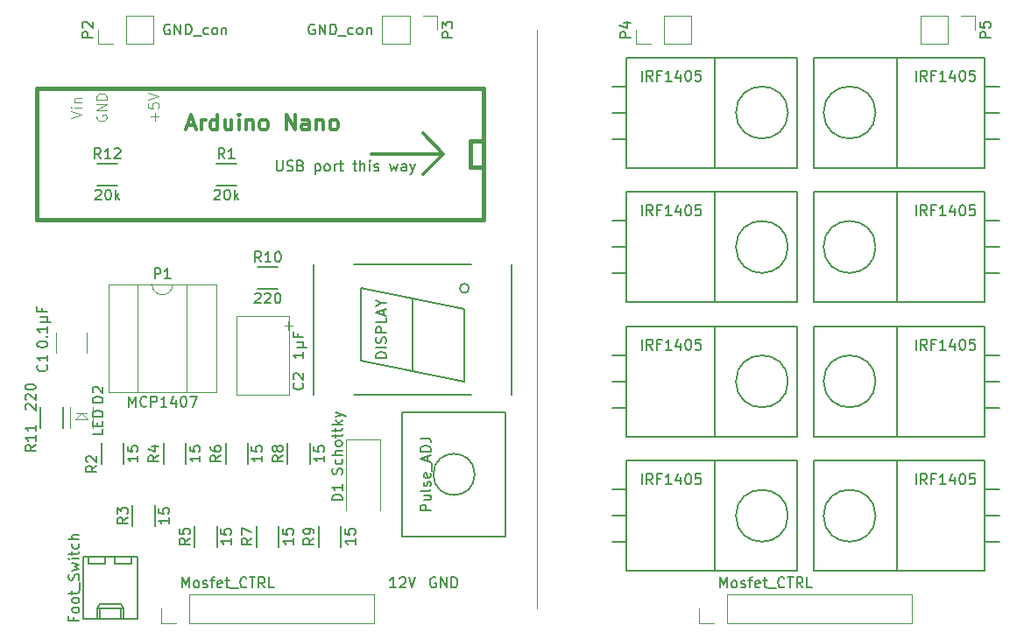
<source format=gbr>
G04 #@! TF.FileFunction,Legend,Top*
%FSLAX46Y46*%
G04 Gerber Fmt 4.6, Leading zero omitted, Abs format (unit mm)*
G04 Created by KiCad (PCBNEW 4.0.4-stable) date 03/17/17 17:10:39*
%MOMM*%
%LPD*%
G01*
G04 APERTURE LIST*
%ADD10C,0.100000*%
%ADD11C,0.300000*%
%ADD12C,0.200000*%
%ADD13C,0.120000*%
%ADD14C,0.150000*%
%ADD15C,0.381000*%
G04 APERTURE END LIST*
D10*
X121000000Y-128000000D02*
X121000000Y-72000000D01*
X96600000Y-100600000D02*
X97400000Y-100600000D01*
X97000000Y-100200000D02*
X97000000Y-101000000D01*
X84071429Y-80785714D02*
X84071429Y-80023809D01*
X84452381Y-80404761D02*
X83690476Y-80404761D01*
X83452381Y-79071428D02*
X83452381Y-79547619D01*
X83928571Y-79595238D01*
X83880952Y-79547619D01*
X83833333Y-79452381D01*
X83833333Y-79214285D01*
X83880952Y-79119047D01*
X83928571Y-79071428D01*
X84023810Y-79023809D01*
X84261905Y-79023809D01*
X84357143Y-79071428D01*
X84404762Y-79119047D01*
X84452381Y-79214285D01*
X84452381Y-79452381D01*
X84404762Y-79547619D01*
X84357143Y-79595238D01*
X83452381Y-78738095D02*
X84452381Y-78404762D01*
X83452381Y-78071428D01*
X78500000Y-80261904D02*
X78452381Y-80357142D01*
X78452381Y-80499999D01*
X78500000Y-80642857D01*
X78595238Y-80738095D01*
X78690476Y-80785714D01*
X78880952Y-80833333D01*
X79023810Y-80833333D01*
X79214286Y-80785714D01*
X79309524Y-80738095D01*
X79404762Y-80642857D01*
X79452381Y-80499999D01*
X79452381Y-80404761D01*
X79404762Y-80261904D01*
X79357143Y-80214285D01*
X79023810Y-80214285D01*
X79023810Y-80404761D01*
X79452381Y-79785714D02*
X78452381Y-79785714D01*
X79452381Y-79214285D01*
X78452381Y-79214285D01*
X79452381Y-78738095D02*
X78452381Y-78738095D01*
X78452381Y-78500000D01*
X78500000Y-78357142D01*
X78595238Y-78261904D01*
X78690476Y-78214285D01*
X78880952Y-78166666D01*
X79023810Y-78166666D01*
X79214286Y-78214285D01*
X79309524Y-78261904D01*
X79404762Y-78357142D01*
X79452381Y-78500000D01*
X79452381Y-78738095D01*
X75952381Y-80523809D02*
X76952381Y-80190476D01*
X75952381Y-79857142D01*
X76952381Y-79523809D02*
X76285714Y-79523809D01*
X75952381Y-79523809D02*
X76000000Y-79571428D01*
X76047619Y-79523809D01*
X76000000Y-79476190D01*
X75952381Y-79523809D01*
X76047619Y-79523809D01*
X76285714Y-79047619D02*
X76952381Y-79047619D01*
X76380952Y-79047619D02*
X76333333Y-79000000D01*
X76285714Y-78904762D01*
X76285714Y-78761904D01*
X76333333Y-78666666D01*
X76428571Y-78619047D01*
X76952381Y-78619047D01*
D11*
X112000000Y-84000000D02*
X110000000Y-86000000D01*
X110000000Y-82000000D02*
X112000000Y-84000000D01*
D10*
X112000000Y-84000000D02*
X110000000Y-82000000D01*
D11*
X112000000Y-84000000D02*
X105000000Y-84000000D01*
D12*
X95857142Y-84652381D02*
X95857142Y-85461905D01*
X95904761Y-85557143D01*
X95952380Y-85604762D01*
X96047618Y-85652381D01*
X96238095Y-85652381D01*
X96333333Y-85604762D01*
X96380952Y-85557143D01*
X96428571Y-85461905D01*
X96428571Y-84652381D01*
X96857142Y-85604762D02*
X96999999Y-85652381D01*
X97238095Y-85652381D01*
X97333333Y-85604762D01*
X97380952Y-85557143D01*
X97428571Y-85461905D01*
X97428571Y-85366667D01*
X97380952Y-85271429D01*
X97333333Y-85223810D01*
X97238095Y-85176190D01*
X97047618Y-85128571D01*
X96952380Y-85080952D01*
X96904761Y-85033333D01*
X96857142Y-84938095D01*
X96857142Y-84842857D01*
X96904761Y-84747619D01*
X96952380Y-84700000D01*
X97047618Y-84652381D01*
X97285714Y-84652381D01*
X97428571Y-84700000D01*
X98190476Y-85128571D02*
X98333333Y-85176190D01*
X98380952Y-85223810D01*
X98428571Y-85319048D01*
X98428571Y-85461905D01*
X98380952Y-85557143D01*
X98333333Y-85604762D01*
X98238095Y-85652381D01*
X97857142Y-85652381D01*
X97857142Y-84652381D01*
X98190476Y-84652381D01*
X98285714Y-84700000D01*
X98333333Y-84747619D01*
X98380952Y-84842857D01*
X98380952Y-84938095D01*
X98333333Y-85033333D01*
X98285714Y-85080952D01*
X98190476Y-85128571D01*
X97857142Y-85128571D01*
X99619047Y-84985714D02*
X99619047Y-85985714D01*
X99619047Y-85033333D02*
X99714285Y-84985714D01*
X99904762Y-84985714D01*
X100000000Y-85033333D01*
X100047619Y-85080952D01*
X100095238Y-85176190D01*
X100095238Y-85461905D01*
X100047619Y-85557143D01*
X100000000Y-85604762D01*
X99904762Y-85652381D01*
X99714285Y-85652381D01*
X99619047Y-85604762D01*
X100666666Y-85652381D02*
X100571428Y-85604762D01*
X100523809Y-85557143D01*
X100476190Y-85461905D01*
X100476190Y-85176190D01*
X100523809Y-85080952D01*
X100571428Y-85033333D01*
X100666666Y-84985714D01*
X100809524Y-84985714D01*
X100904762Y-85033333D01*
X100952381Y-85080952D01*
X101000000Y-85176190D01*
X101000000Y-85461905D01*
X100952381Y-85557143D01*
X100904762Y-85604762D01*
X100809524Y-85652381D01*
X100666666Y-85652381D01*
X101428571Y-85652381D02*
X101428571Y-84985714D01*
X101428571Y-85176190D02*
X101476190Y-85080952D01*
X101523809Y-85033333D01*
X101619047Y-84985714D01*
X101714286Y-84985714D01*
X101904762Y-84985714D02*
X102285714Y-84985714D01*
X102047619Y-84652381D02*
X102047619Y-85509524D01*
X102095238Y-85604762D01*
X102190476Y-85652381D01*
X102285714Y-85652381D01*
X103238096Y-84985714D02*
X103619048Y-84985714D01*
X103380953Y-84652381D02*
X103380953Y-85509524D01*
X103428572Y-85604762D01*
X103523810Y-85652381D01*
X103619048Y-85652381D01*
X103952382Y-85652381D02*
X103952382Y-84652381D01*
X104380954Y-85652381D02*
X104380954Y-85128571D01*
X104333335Y-85033333D01*
X104238097Y-84985714D01*
X104095239Y-84985714D01*
X104000001Y-85033333D01*
X103952382Y-85080952D01*
X104857144Y-85652381D02*
X104857144Y-84985714D01*
X104857144Y-84652381D02*
X104809525Y-84700000D01*
X104857144Y-84747619D01*
X104904763Y-84700000D01*
X104857144Y-84652381D01*
X104857144Y-84747619D01*
X105285715Y-85604762D02*
X105380953Y-85652381D01*
X105571429Y-85652381D01*
X105666668Y-85604762D01*
X105714287Y-85509524D01*
X105714287Y-85461905D01*
X105666668Y-85366667D01*
X105571429Y-85319048D01*
X105428572Y-85319048D01*
X105333334Y-85271429D01*
X105285715Y-85176190D01*
X105285715Y-85128571D01*
X105333334Y-85033333D01*
X105428572Y-84985714D01*
X105571429Y-84985714D01*
X105666668Y-85033333D01*
X106809525Y-84985714D02*
X107000001Y-85652381D01*
X107190478Y-85176190D01*
X107380954Y-85652381D01*
X107571430Y-84985714D01*
X108380954Y-85652381D02*
X108380954Y-85128571D01*
X108333335Y-85033333D01*
X108238097Y-84985714D01*
X108047620Y-84985714D01*
X107952382Y-85033333D01*
X108380954Y-85604762D02*
X108285716Y-85652381D01*
X108047620Y-85652381D01*
X107952382Y-85604762D01*
X107904763Y-85509524D01*
X107904763Y-85414286D01*
X107952382Y-85319048D01*
X108047620Y-85271429D01*
X108285716Y-85271429D01*
X108380954Y-85223810D01*
X108761906Y-84985714D02*
X109000001Y-85652381D01*
X109238097Y-84985714D02*
X109000001Y-85652381D01*
X108904763Y-85890476D01*
X108857144Y-85938095D01*
X108761906Y-85985714D01*
D10*
X76450000Y-109050000D02*
X77500000Y-109050000D01*
X77600000Y-109700000D02*
X77450000Y-109700000D01*
X77000000Y-109100000D02*
X77600000Y-109700000D01*
X76400000Y-109700000D02*
X77550000Y-109700000D01*
X77000000Y-109100000D02*
X76400000Y-109700000D01*
X76600000Y-109050000D02*
X77400000Y-109050000D01*
D11*
X87214285Y-81250000D02*
X87928571Y-81250000D01*
X87071428Y-81678571D02*
X87571428Y-80178571D01*
X88071428Y-81678571D01*
X88571428Y-81678571D02*
X88571428Y-80678571D01*
X88571428Y-80964286D02*
X88642856Y-80821429D01*
X88714285Y-80750000D01*
X88857142Y-80678571D01*
X88999999Y-80678571D01*
X90142856Y-81678571D02*
X90142856Y-80178571D01*
X90142856Y-81607143D02*
X89999999Y-81678571D01*
X89714285Y-81678571D01*
X89571427Y-81607143D01*
X89499999Y-81535714D01*
X89428570Y-81392857D01*
X89428570Y-80964286D01*
X89499999Y-80821429D01*
X89571427Y-80750000D01*
X89714285Y-80678571D01*
X89999999Y-80678571D01*
X90142856Y-80750000D01*
X91499999Y-80678571D02*
X91499999Y-81678571D01*
X90857142Y-80678571D02*
X90857142Y-81464286D01*
X90928570Y-81607143D01*
X91071428Y-81678571D01*
X91285713Y-81678571D01*
X91428570Y-81607143D01*
X91499999Y-81535714D01*
X92214285Y-81678571D02*
X92214285Y-80678571D01*
X92214285Y-80178571D02*
X92142856Y-80250000D01*
X92214285Y-80321429D01*
X92285713Y-80250000D01*
X92214285Y-80178571D01*
X92214285Y-80321429D01*
X92928571Y-80678571D02*
X92928571Y-81678571D01*
X92928571Y-80821429D02*
X92999999Y-80750000D01*
X93142857Y-80678571D01*
X93357142Y-80678571D01*
X93499999Y-80750000D01*
X93571428Y-80892857D01*
X93571428Y-81678571D01*
X94500000Y-81678571D02*
X94357142Y-81607143D01*
X94285714Y-81535714D01*
X94214285Y-81392857D01*
X94214285Y-80964286D01*
X94285714Y-80821429D01*
X94357142Y-80750000D01*
X94500000Y-80678571D01*
X94714285Y-80678571D01*
X94857142Y-80750000D01*
X94928571Y-80821429D01*
X95000000Y-80964286D01*
X95000000Y-81392857D01*
X94928571Y-81535714D01*
X94857142Y-81607143D01*
X94714285Y-81678571D01*
X94500000Y-81678571D01*
X96785714Y-81678571D02*
X96785714Y-80178571D01*
X97642857Y-81678571D01*
X97642857Y-80178571D01*
X99000000Y-81678571D02*
X99000000Y-80892857D01*
X98928571Y-80750000D01*
X98785714Y-80678571D01*
X98500000Y-80678571D01*
X98357143Y-80750000D01*
X99000000Y-81607143D02*
X98857143Y-81678571D01*
X98500000Y-81678571D01*
X98357143Y-81607143D01*
X98285714Y-81464286D01*
X98285714Y-81321429D01*
X98357143Y-81178571D01*
X98500000Y-81107143D01*
X98857143Y-81107143D01*
X99000000Y-81035714D01*
X99714286Y-80678571D02*
X99714286Y-81678571D01*
X99714286Y-80821429D02*
X99785714Y-80750000D01*
X99928572Y-80678571D01*
X100142857Y-80678571D01*
X100285714Y-80750000D01*
X100357143Y-80892857D01*
X100357143Y-81678571D01*
X101285715Y-81678571D02*
X101142857Y-81607143D01*
X101071429Y-81535714D01*
X101000000Y-81392857D01*
X101000000Y-80964286D01*
X101071429Y-80821429D01*
X101142857Y-80750000D01*
X101285715Y-80678571D01*
X101500000Y-80678571D01*
X101642857Y-80750000D01*
X101714286Y-80821429D01*
X101785715Y-80964286D01*
X101785715Y-81392857D01*
X101714286Y-81535714D01*
X101642857Y-81607143D01*
X101500000Y-81678571D01*
X101285715Y-81678571D01*
D13*
X97060000Y-99690000D02*
X97060000Y-107310000D01*
X91940000Y-99690000D02*
X91940000Y-107310000D01*
X97060000Y-99690000D02*
X91940000Y-99690000D01*
X97060000Y-107310000D02*
X91940000Y-107310000D01*
D14*
X114447214Y-97000000D02*
G75*
G03X114447214Y-97000000I-447214J0D01*
G01*
X104000000Y-104000000D02*
X109000000Y-105000000D01*
X109000000Y-105000000D02*
X114000000Y-106000000D01*
X114000000Y-106000000D02*
X114000000Y-99000000D01*
X114000000Y-99000000D02*
X109000000Y-98000000D01*
X104000000Y-97000000D02*
X109000000Y-98000000D01*
X109000000Y-98000000D02*
X109000000Y-105000000D01*
X104000000Y-104000000D02*
X104000000Y-97000000D01*
X118600000Y-94700000D02*
X118600000Y-107300000D01*
X103300000Y-107300000D02*
X114700000Y-107300000D01*
X103300000Y-94700000D02*
X114700000Y-94700000D01*
X99400000Y-107300000D02*
X99400000Y-94700000D01*
X77130000Y-122980000D02*
X77130000Y-128980000D01*
X77130000Y-128980000D02*
X82410000Y-128980000D01*
X82410000Y-128980000D02*
X82410000Y-122980000D01*
X82410000Y-122980000D02*
X77130000Y-122980000D01*
X78500000Y-128980000D02*
X78500000Y-127980000D01*
X78500000Y-127980000D02*
X81040000Y-127980000D01*
X81040000Y-127980000D02*
X81040000Y-128980000D01*
X78500000Y-127980000D02*
X78750000Y-127550000D01*
X78750000Y-127550000D02*
X80790000Y-127550000D01*
X80790000Y-127550000D02*
X81040000Y-127980000D01*
X78750000Y-128980000D02*
X78750000Y-127980000D01*
X80790000Y-128980000D02*
X80790000Y-127980000D01*
X77700000Y-122980000D02*
X77700000Y-123600000D01*
X77700000Y-123600000D02*
X79300000Y-123600000D01*
X79300000Y-123600000D02*
X79300000Y-122980000D01*
X80240000Y-122980000D02*
X80240000Y-123600000D01*
X80240000Y-123600000D02*
X81840000Y-123600000D01*
X81840000Y-123600000D02*
X81840000Y-122980000D01*
D13*
X85810000Y-96610000D02*
G75*
G02X83810000Y-96610000I-1000000J0D01*
G01*
X83810000Y-96610000D02*
X82440000Y-96610000D01*
X82440000Y-96610000D02*
X82440000Y-107010000D01*
X82440000Y-107010000D02*
X87180000Y-107010000D01*
X87180000Y-107010000D02*
X87180000Y-96610000D01*
X87180000Y-96610000D02*
X85810000Y-96610000D01*
X79610000Y-96610000D02*
X79610000Y-107010000D01*
X79610000Y-107010000D02*
X90010000Y-107010000D01*
X90010000Y-107010000D02*
X90010000Y-96610000D01*
X90010000Y-96610000D02*
X79610000Y-96610000D01*
X81270000Y-73390000D02*
X83930000Y-73390000D01*
X83930000Y-73390000D02*
X83930000Y-70610000D01*
X83930000Y-70610000D02*
X81270000Y-70610000D01*
X81270000Y-70610000D02*
X81270000Y-73390000D01*
X80000000Y-73390000D02*
X78610000Y-73390000D01*
X78610000Y-73390000D02*
X78610000Y-72000000D01*
X108730000Y-70610000D02*
X106070000Y-70610000D01*
X106070000Y-70610000D02*
X106070000Y-73390000D01*
X106070000Y-73390000D02*
X108730000Y-73390000D01*
X108730000Y-73390000D02*
X108730000Y-70610000D01*
X110000000Y-70610000D02*
X111390000Y-70610000D01*
X111390000Y-70610000D02*
X111390000Y-72000000D01*
D14*
X115000000Y-115000000D02*
G75*
G03X115000000Y-115000000I-2000000J0D01*
G01*
X108000000Y-109000000D02*
X118000000Y-109000000D01*
X118000000Y-109000000D02*
X118000000Y-121000000D01*
X118000000Y-121000000D02*
X108000000Y-121000000D01*
X108000000Y-121000000D02*
X108000000Y-109000000D01*
X92000000Y-87075000D02*
X90000000Y-87075000D01*
X90000000Y-84925000D02*
X92000000Y-84925000D01*
X81075000Y-112000000D02*
X81075000Y-114000000D01*
X78925000Y-114000000D02*
X78925000Y-112000000D01*
X84075000Y-118000000D02*
X84075000Y-120000000D01*
X81925000Y-120000000D02*
X81925000Y-118000000D01*
X87075000Y-112000000D02*
X87075000Y-114000000D01*
X84925000Y-114000000D02*
X84925000Y-112000000D01*
X90075000Y-120000000D02*
X90075000Y-122000000D01*
X87925000Y-122000000D02*
X87925000Y-120000000D01*
X93075000Y-112000000D02*
X93075000Y-114000000D01*
X90925000Y-114000000D02*
X90925000Y-112000000D01*
X96075000Y-120000000D02*
X96075000Y-122000000D01*
X93925000Y-122000000D02*
X93925000Y-120000000D01*
X99075000Y-112000000D02*
X99075000Y-114000000D01*
X96925000Y-114000000D02*
X96925000Y-112000000D01*
X102075000Y-120000000D02*
X102075000Y-122000000D01*
X99925000Y-122000000D02*
X99925000Y-120000000D01*
X96000000Y-97075000D02*
X94000000Y-97075000D01*
X94000000Y-94925000D02*
X96000000Y-94925000D01*
X75175000Y-108500000D02*
X75175000Y-110500000D01*
X73025000Y-110500000D02*
X73025000Y-108500000D01*
X78500000Y-84925000D02*
X80500000Y-84925000D01*
X80500000Y-87075000D02*
X78500000Y-87075000D01*
D15*
X115860000Y-90350000D02*
X72680000Y-90350000D01*
X72680000Y-90350000D02*
X72680000Y-77650000D01*
X72680000Y-77650000D02*
X115860000Y-77650000D01*
X115860000Y-77650000D02*
X115860000Y-90350000D01*
X115860000Y-82730000D02*
X114590000Y-82730000D01*
X114590000Y-82730000D02*
X114590000Y-85270000D01*
X114590000Y-85270000D02*
X115860000Y-85270000D01*
D13*
X133270000Y-73390000D02*
X135930000Y-73390000D01*
X135930000Y-73390000D02*
X135930000Y-70610000D01*
X135930000Y-70610000D02*
X133270000Y-70610000D01*
X133270000Y-70610000D02*
X133270000Y-73390000D01*
X132000000Y-73390000D02*
X130610000Y-73390000D01*
X130610000Y-73390000D02*
X130610000Y-72000000D01*
X160730000Y-70610000D02*
X158070000Y-70610000D01*
X158070000Y-70610000D02*
X158070000Y-73390000D01*
X158070000Y-73390000D02*
X160730000Y-73390000D01*
X160730000Y-73390000D02*
X160730000Y-70610000D01*
X162000000Y-70610000D02*
X163390000Y-70610000D01*
X163390000Y-70610000D02*
X163390000Y-72000000D01*
D14*
X164317000Y-121540000D02*
X165714000Y-121540000D01*
X164317000Y-119000000D02*
X165714000Y-119000000D01*
X164317000Y-116460000D02*
X165714000Y-116460000D01*
X153750472Y-119000000D02*
G75*
G03X153750472Y-119000000I-2514472J0D01*
G01*
X155808000Y-113666000D02*
X147807000Y-113666000D01*
X147807000Y-113666000D02*
X147807000Y-124334000D01*
X147807000Y-124334000D02*
X155808000Y-124334000D01*
X164317000Y-113666000D02*
X155808000Y-113666000D01*
X155808000Y-113666000D02*
X155808000Y-124334000D01*
X155808000Y-124334000D02*
X164317000Y-124334000D01*
X164317000Y-119000000D02*
X164317000Y-124334000D01*
X164317000Y-119000000D02*
X164317000Y-113666000D01*
X164317000Y-108540000D02*
X165714000Y-108540000D01*
X164317000Y-106000000D02*
X165714000Y-106000000D01*
X164317000Y-103460000D02*
X165714000Y-103460000D01*
X153750472Y-106000000D02*
G75*
G03X153750472Y-106000000I-2514472J0D01*
G01*
X155808000Y-100666000D02*
X147807000Y-100666000D01*
X147807000Y-100666000D02*
X147807000Y-111334000D01*
X147807000Y-111334000D02*
X155808000Y-111334000D01*
X164317000Y-100666000D02*
X155808000Y-100666000D01*
X155808000Y-100666000D02*
X155808000Y-111334000D01*
X155808000Y-111334000D02*
X164317000Y-111334000D01*
X164317000Y-106000000D02*
X164317000Y-111334000D01*
X164317000Y-106000000D02*
X164317000Y-100666000D01*
X164317000Y-95540000D02*
X165714000Y-95540000D01*
X164317000Y-93000000D02*
X165714000Y-93000000D01*
X164317000Y-90460000D02*
X165714000Y-90460000D01*
X153750472Y-93000000D02*
G75*
G03X153750472Y-93000000I-2514472J0D01*
G01*
X155808000Y-87666000D02*
X147807000Y-87666000D01*
X147807000Y-87666000D02*
X147807000Y-98334000D01*
X147807000Y-98334000D02*
X155808000Y-98334000D01*
X164317000Y-87666000D02*
X155808000Y-87666000D01*
X155808000Y-87666000D02*
X155808000Y-98334000D01*
X155808000Y-98334000D02*
X164317000Y-98334000D01*
X164317000Y-93000000D02*
X164317000Y-98334000D01*
X164317000Y-93000000D02*
X164317000Y-87666000D01*
X164317000Y-82540000D02*
X165714000Y-82540000D01*
X164317000Y-80000000D02*
X165714000Y-80000000D01*
X164317000Y-77460000D02*
X165714000Y-77460000D01*
X153750472Y-80000000D02*
G75*
G03X153750472Y-80000000I-2514472J0D01*
G01*
X155808000Y-74666000D02*
X147807000Y-74666000D01*
X147807000Y-74666000D02*
X147807000Y-85334000D01*
X147807000Y-85334000D02*
X155808000Y-85334000D01*
X164317000Y-74666000D02*
X155808000Y-74666000D01*
X155808000Y-74666000D02*
X155808000Y-85334000D01*
X155808000Y-85334000D02*
X164317000Y-85334000D01*
X164317000Y-80000000D02*
X164317000Y-85334000D01*
X164317000Y-80000000D02*
X164317000Y-74666000D01*
X129683000Y-77460000D02*
X128286000Y-77460000D01*
X129683000Y-80000000D02*
X128286000Y-80000000D01*
X129683000Y-82540000D02*
X128286000Y-82540000D01*
X145278472Y-80000000D02*
G75*
G03X145278472Y-80000000I-2514472J0D01*
G01*
X138192000Y-85334000D02*
X146193000Y-85334000D01*
X146193000Y-85334000D02*
X146193000Y-74666000D01*
X146193000Y-74666000D02*
X138192000Y-74666000D01*
X129683000Y-85334000D02*
X138192000Y-85334000D01*
X138192000Y-85334000D02*
X138192000Y-74666000D01*
X138192000Y-74666000D02*
X129683000Y-74666000D01*
X129683000Y-80000000D02*
X129683000Y-74666000D01*
X129683000Y-80000000D02*
X129683000Y-85334000D01*
X129683000Y-90460000D02*
X128286000Y-90460000D01*
X129683000Y-93000000D02*
X128286000Y-93000000D01*
X129683000Y-95540000D02*
X128286000Y-95540000D01*
X145278472Y-93000000D02*
G75*
G03X145278472Y-93000000I-2514472J0D01*
G01*
X138192000Y-98334000D02*
X146193000Y-98334000D01*
X146193000Y-98334000D02*
X146193000Y-87666000D01*
X146193000Y-87666000D02*
X138192000Y-87666000D01*
X129683000Y-98334000D02*
X138192000Y-98334000D01*
X138192000Y-98334000D02*
X138192000Y-87666000D01*
X138192000Y-87666000D02*
X129683000Y-87666000D01*
X129683000Y-93000000D02*
X129683000Y-87666000D01*
X129683000Y-93000000D02*
X129683000Y-98334000D01*
X129683000Y-103460000D02*
X128286000Y-103460000D01*
X129683000Y-106000000D02*
X128286000Y-106000000D01*
X129683000Y-108540000D02*
X128286000Y-108540000D01*
X145278472Y-106000000D02*
G75*
G03X145278472Y-106000000I-2514472J0D01*
G01*
X138192000Y-111334000D02*
X146193000Y-111334000D01*
X146193000Y-111334000D02*
X146193000Y-100666000D01*
X146193000Y-100666000D02*
X138192000Y-100666000D01*
X129683000Y-111334000D02*
X138192000Y-111334000D01*
X138192000Y-111334000D02*
X138192000Y-100666000D01*
X138192000Y-100666000D02*
X129683000Y-100666000D01*
X129683000Y-106000000D02*
X129683000Y-100666000D01*
X129683000Y-106000000D02*
X129683000Y-111334000D01*
X129683000Y-116460000D02*
X128286000Y-116460000D01*
X129683000Y-119000000D02*
X128286000Y-119000000D01*
X129683000Y-121540000D02*
X128286000Y-121540000D01*
X145278472Y-119000000D02*
G75*
G03X145278472Y-119000000I-2514472J0D01*
G01*
X138192000Y-124334000D02*
X146193000Y-124334000D01*
X146193000Y-124334000D02*
X146193000Y-113666000D01*
X146193000Y-113666000D02*
X138192000Y-113666000D01*
X129683000Y-124334000D02*
X138192000Y-124334000D01*
X138192000Y-124334000D02*
X138192000Y-113666000D01*
X138192000Y-113666000D02*
X129683000Y-113666000D01*
X129683000Y-119000000D02*
X129683000Y-113666000D01*
X129683000Y-119000000D02*
X129683000Y-124334000D01*
D13*
X87370000Y-129390000D02*
X105270000Y-129390000D01*
X105270000Y-129390000D02*
X105270000Y-126610000D01*
X105270000Y-126610000D02*
X87370000Y-126610000D01*
X87370000Y-126610000D02*
X87370000Y-129390000D01*
X86100000Y-129390000D02*
X84710000Y-129390000D01*
X84710000Y-129390000D02*
X84710000Y-128000000D01*
X139370000Y-129390000D02*
X157270000Y-129390000D01*
X157270000Y-129390000D02*
X157270000Y-126610000D01*
X157270000Y-126610000D02*
X139370000Y-126610000D01*
X139370000Y-126610000D02*
X139370000Y-129390000D01*
X138100000Y-129390000D02*
X136710000Y-129390000D01*
X136710000Y-129390000D02*
X136710000Y-128000000D01*
X75930000Y-110500000D02*
X75930000Y-108500000D01*
X78070000Y-108500000D02*
X78070000Y-110500000D01*
X77480000Y-103250000D02*
X77480000Y-101250000D01*
X74520000Y-101250000D02*
X74520000Y-103250000D01*
X105900000Y-111600000D02*
X102600000Y-111600000D01*
X102600000Y-111600000D02*
X102600000Y-118500000D01*
X105900000Y-111600000D02*
X105900000Y-118500000D01*
D14*
X98357143Y-106166666D02*
X98404762Y-106214285D01*
X98452381Y-106357142D01*
X98452381Y-106452380D01*
X98404762Y-106595238D01*
X98309524Y-106690476D01*
X98214286Y-106738095D01*
X98023810Y-106785714D01*
X97880952Y-106785714D01*
X97690476Y-106738095D01*
X97595238Y-106690476D01*
X97500000Y-106595238D01*
X97452381Y-106452380D01*
X97452381Y-106357142D01*
X97500000Y-106214285D01*
X97547619Y-106166666D01*
X97547619Y-105785714D02*
X97500000Y-105738095D01*
X97452381Y-105642857D01*
X97452381Y-105404761D01*
X97500000Y-105309523D01*
X97547619Y-105261904D01*
X97642857Y-105214285D01*
X97738095Y-105214285D01*
X97880952Y-105261904D01*
X98452381Y-105833333D01*
X98452381Y-105214285D01*
X98452381Y-103166666D02*
X98452381Y-103738095D01*
X98452381Y-103452381D02*
X97452381Y-103452381D01*
X97595238Y-103547619D01*
X97690476Y-103642857D01*
X97738095Y-103738095D01*
X97785714Y-102738095D02*
X98785714Y-102738095D01*
X98309524Y-102261904D02*
X98404762Y-102214285D01*
X98452381Y-102119047D01*
X98309524Y-102738095D02*
X98404762Y-102690476D01*
X98452381Y-102595238D01*
X98452381Y-102404761D01*
X98404762Y-102309523D01*
X98309524Y-102261904D01*
X97785714Y-102261904D01*
X97928571Y-101357142D02*
X97928571Y-101690476D01*
X98452381Y-101690476D02*
X97452381Y-101690476D01*
X97452381Y-101214285D01*
X106452381Y-103738095D02*
X105452381Y-103738095D01*
X105452381Y-103500000D01*
X105500000Y-103357142D01*
X105595238Y-103261904D01*
X105690476Y-103214285D01*
X105880952Y-103166666D01*
X106023810Y-103166666D01*
X106214286Y-103214285D01*
X106309524Y-103261904D01*
X106404762Y-103357142D01*
X106452381Y-103500000D01*
X106452381Y-103738095D01*
X106452381Y-102738095D02*
X105452381Y-102738095D01*
X106404762Y-102309524D02*
X106452381Y-102166667D01*
X106452381Y-101928571D01*
X106404762Y-101833333D01*
X106357143Y-101785714D01*
X106261905Y-101738095D01*
X106166667Y-101738095D01*
X106071429Y-101785714D01*
X106023810Y-101833333D01*
X105976190Y-101928571D01*
X105928571Y-102119048D01*
X105880952Y-102214286D01*
X105833333Y-102261905D01*
X105738095Y-102309524D01*
X105642857Y-102309524D01*
X105547619Y-102261905D01*
X105500000Y-102214286D01*
X105452381Y-102119048D01*
X105452381Y-101880952D01*
X105500000Y-101738095D01*
X106452381Y-101309524D02*
X105452381Y-101309524D01*
X105452381Y-100928571D01*
X105500000Y-100833333D01*
X105547619Y-100785714D01*
X105642857Y-100738095D01*
X105785714Y-100738095D01*
X105880952Y-100785714D01*
X105928571Y-100833333D01*
X105976190Y-100928571D01*
X105976190Y-101309524D01*
X106452381Y-99833333D02*
X106452381Y-100309524D01*
X105452381Y-100309524D01*
X106166667Y-99547619D02*
X106166667Y-99071428D01*
X106452381Y-99642857D02*
X105452381Y-99309524D01*
X106452381Y-98976190D01*
X105976190Y-98452381D02*
X106452381Y-98452381D01*
X105452381Y-98785714D02*
X105976190Y-98452381D01*
X105452381Y-98119047D01*
X76228571Y-128833333D02*
X76228571Y-129166667D01*
X76752381Y-129166667D02*
X75752381Y-129166667D01*
X75752381Y-128690476D01*
X76752381Y-128166667D02*
X76704762Y-128261905D01*
X76657143Y-128309524D01*
X76561905Y-128357143D01*
X76276190Y-128357143D01*
X76180952Y-128309524D01*
X76133333Y-128261905D01*
X76085714Y-128166667D01*
X76085714Y-128023809D01*
X76133333Y-127928571D01*
X76180952Y-127880952D01*
X76276190Y-127833333D01*
X76561905Y-127833333D01*
X76657143Y-127880952D01*
X76704762Y-127928571D01*
X76752381Y-128023809D01*
X76752381Y-128166667D01*
X76752381Y-127261905D02*
X76704762Y-127357143D01*
X76657143Y-127404762D01*
X76561905Y-127452381D01*
X76276190Y-127452381D01*
X76180952Y-127404762D01*
X76133333Y-127357143D01*
X76085714Y-127261905D01*
X76085714Y-127119047D01*
X76133333Y-127023809D01*
X76180952Y-126976190D01*
X76276190Y-126928571D01*
X76561905Y-126928571D01*
X76657143Y-126976190D01*
X76704762Y-127023809D01*
X76752381Y-127119047D01*
X76752381Y-127261905D01*
X76085714Y-126642857D02*
X76085714Y-126261905D01*
X75752381Y-126500000D02*
X76609524Y-126500000D01*
X76704762Y-126452381D01*
X76752381Y-126357143D01*
X76752381Y-126261905D01*
X76847619Y-126166666D02*
X76847619Y-125404761D01*
X76704762Y-125214285D02*
X76752381Y-125071428D01*
X76752381Y-124833332D01*
X76704762Y-124738094D01*
X76657143Y-124690475D01*
X76561905Y-124642856D01*
X76466667Y-124642856D01*
X76371429Y-124690475D01*
X76323810Y-124738094D01*
X76276190Y-124833332D01*
X76228571Y-125023809D01*
X76180952Y-125119047D01*
X76133333Y-125166666D01*
X76038095Y-125214285D01*
X75942857Y-125214285D01*
X75847619Y-125166666D01*
X75800000Y-125119047D01*
X75752381Y-125023809D01*
X75752381Y-124785713D01*
X75800000Y-124642856D01*
X76085714Y-124309523D02*
X76752381Y-124119047D01*
X76276190Y-123928570D01*
X76752381Y-123738094D01*
X76085714Y-123547618D01*
X76752381Y-123166666D02*
X76085714Y-123166666D01*
X75752381Y-123166666D02*
X75800000Y-123214285D01*
X75847619Y-123166666D01*
X75800000Y-123119047D01*
X75752381Y-123166666D01*
X75847619Y-123166666D01*
X76085714Y-122833333D02*
X76085714Y-122452381D01*
X75752381Y-122690476D02*
X76609524Y-122690476D01*
X76704762Y-122642857D01*
X76752381Y-122547619D01*
X76752381Y-122452381D01*
X76704762Y-121690475D02*
X76752381Y-121785713D01*
X76752381Y-121976190D01*
X76704762Y-122071428D01*
X76657143Y-122119047D01*
X76561905Y-122166666D01*
X76276190Y-122166666D01*
X76180952Y-122119047D01*
X76133333Y-122071428D01*
X76085714Y-121976190D01*
X76085714Y-121785713D01*
X76133333Y-121690475D01*
X76752381Y-121261904D02*
X75752381Y-121261904D01*
X76752381Y-120833332D02*
X76228571Y-120833332D01*
X76133333Y-120880951D01*
X76085714Y-120976189D01*
X76085714Y-121119047D01*
X76133333Y-121214285D01*
X76180952Y-121261904D01*
X84071905Y-96062381D02*
X84071905Y-95062381D01*
X84452858Y-95062381D01*
X84548096Y-95110000D01*
X84595715Y-95157619D01*
X84643334Y-95252857D01*
X84643334Y-95395714D01*
X84595715Y-95490952D01*
X84548096Y-95538571D01*
X84452858Y-95586190D01*
X84071905Y-95586190D01*
X85595715Y-96062381D02*
X85024286Y-96062381D01*
X85310000Y-96062381D02*
X85310000Y-95062381D01*
X85214762Y-95205238D01*
X85119524Y-95300476D01*
X85024286Y-95348095D01*
X81571905Y-108462381D02*
X81571905Y-107462381D01*
X81905239Y-108176667D01*
X82238572Y-107462381D01*
X82238572Y-108462381D01*
X83286191Y-108367143D02*
X83238572Y-108414762D01*
X83095715Y-108462381D01*
X83000477Y-108462381D01*
X82857619Y-108414762D01*
X82762381Y-108319524D01*
X82714762Y-108224286D01*
X82667143Y-108033810D01*
X82667143Y-107890952D01*
X82714762Y-107700476D01*
X82762381Y-107605238D01*
X82857619Y-107510000D01*
X83000477Y-107462381D01*
X83095715Y-107462381D01*
X83238572Y-107510000D01*
X83286191Y-107557619D01*
X83714762Y-108462381D02*
X83714762Y-107462381D01*
X84095715Y-107462381D01*
X84190953Y-107510000D01*
X84238572Y-107557619D01*
X84286191Y-107652857D01*
X84286191Y-107795714D01*
X84238572Y-107890952D01*
X84190953Y-107938571D01*
X84095715Y-107986190D01*
X83714762Y-107986190D01*
X85238572Y-108462381D02*
X84667143Y-108462381D01*
X84952857Y-108462381D02*
X84952857Y-107462381D01*
X84857619Y-107605238D01*
X84762381Y-107700476D01*
X84667143Y-107748095D01*
X86095715Y-107795714D02*
X86095715Y-108462381D01*
X85857619Y-107414762D02*
X85619524Y-108129048D01*
X86238572Y-108129048D01*
X86810000Y-107462381D02*
X86905239Y-107462381D01*
X87000477Y-107510000D01*
X87048096Y-107557619D01*
X87095715Y-107652857D01*
X87143334Y-107843333D01*
X87143334Y-108081429D01*
X87095715Y-108271905D01*
X87048096Y-108367143D01*
X87000477Y-108414762D01*
X86905239Y-108462381D01*
X86810000Y-108462381D01*
X86714762Y-108414762D01*
X86667143Y-108367143D01*
X86619524Y-108271905D01*
X86571905Y-108081429D01*
X86571905Y-107843333D01*
X86619524Y-107652857D01*
X86667143Y-107557619D01*
X86714762Y-107510000D01*
X86810000Y-107462381D01*
X87476667Y-107462381D02*
X88143334Y-107462381D01*
X87714762Y-108462381D01*
X78062381Y-72738095D02*
X77062381Y-72738095D01*
X77062381Y-72357142D01*
X77110000Y-72261904D01*
X77157619Y-72214285D01*
X77252857Y-72166666D01*
X77395714Y-72166666D01*
X77490952Y-72214285D01*
X77538571Y-72261904D01*
X77586190Y-72357142D01*
X77586190Y-72738095D01*
X77157619Y-71785714D02*
X77110000Y-71738095D01*
X77062381Y-71642857D01*
X77062381Y-71404761D01*
X77110000Y-71309523D01*
X77157619Y-71261904D01*
X77252857Y-71214285D01*
X77348095Y-71214285D01*
X77490952Y-71261904D01*
X78062381Y-71833333D01*
X78062381Y-71214285D01*
X85523810Y-71500000D02*
X85428572Y-71452381D01*
X85285715Y-71452381D01*
X85142857Y-71500000D01*
X85047619Y-71595238D01*
X85000000Y-71690476D01*
X84952381Y-71880952D01*
X84952381Y-72023810D01*
X85000000Y-72214286D01*
X85047619Y-72309524D01*
X85142857Y-72404762D01*
X85285715Y-72452381D01*
X85380953Y-72452381D01*
X85523810Y-72404762D01*
X85571429Y-72357143D01*
X85571429Y-72023810D01*
X85380953Y-72023810D01*
X86000000Y-72452381D02*
X86000000Y-71452381D01*
X86571429Y-72452381D01*
X86571429Y-71452381D01*
X87047619Y-72452381D02*
X87047619Y-71452381D01*
X87285714Y-71452381D01*
X87428572Y-71500000D01*
X87523810Y-71595238D01*
X87571429Y-71690476D01*
X87619048Y-71880952D01*
X87619048Y-72023810D01*
X87571429Y-72214286D01*
X87523810Y-72309524D01*
X87428572Y-72404762D01*
X87285714Y-72452381D01*
X87047619Y-72452381D01*
X87809524Y-72547619D02*
X88571429Y-72547619D01*
X89238096Y-72404762D02*
X89142858Y-72452381D01*
X88952381Y-72452381D01*
X88857143Y-72404762D01*
X88809524Y-72357143D01*
X88761905Y-72261905D01*
X88761905Y-71976190D01*
X88809524Y-71880952D01*
X88857143Y-71833333D01*
X88952381Y-71785714D01*
X89142858Y-71785714D01*
X89238096Y-71833333D01*
X89809524Y-72452381D02*
X89714286Y-72404762D01*
X89666667Y-72357143D01*
X89619048Y-72261905D01*
X89619048Y-71976190D01*
X89666667Y-71880952D01*
X89714286Y-71833333D01*
X89809524Y-71785714D01*
X89952382Y-71785714D01*
X90047620Y-71833333D01*
X90095239Y-71880952D01*
X90142858Y-71976190D01*
X90142858Y-72261905D01*
X90095239Y-72357143D01*
X90047620Y-72404762D01*
X89952382Y-72452381D01*
X89809524Y-72452381D01*
X90571429Y-71785714D02*
X90571429Y-72452381D01*
X90571429Y-71880952D02*
X90619048Y-71833333D01*
X90714286Y-71785714D01*
X90857144Y-71785714D01*
X90952382Y-71833333D01*
X91000001Y-71928571D01*
X91000001Y-72452381D01*
X112842381Y-72738095D02*
X111842381Y-72738095D01*
X111842381Y-72357142D01*
X111890000Y-72261904D01*
X111937619Y-72214285D01*
X112032857Y-72166666D01*
X112175714Y-72166666D01*
X112270952Y-72214285D01*
X112318571Y-72261904D01*
X112366190Y-72357142D01*
X112366190Y-72738095D01*
X111842381Y-71833333D02*
X111842381Y-71214285D01*
X112223333Y-71547619D01*
X112223333Y-71404761D01*
X112270952Y-71309523D01*
X112318571Y-71261904D01*
X112413810Y-71214285D01*
X112651905Y-71214285D01*
X112747143Y-71261904D01*
X112794762Y-71309523D01*
X112842381Y-71404761D01*
X112842381Y-71690476D01*
X112794762Y-71785714D01*
X112747143Y-71833333D01*
X99523810Y-71500000D02*
X99428572Y-71452381D01*
X99285715Y-71452381D01*
X99142857Y-71500000D01*
X99047619Y-71595238D01*
X99000000Y-71690476D01*
X98952381Y-71880952D01*
X98952381Y-72023810D01*
X99000000Y-72214286D01*
X99047619Y-72309524D01*
X99142857Y-72404762D01*
X99285715Y-72452381D01*
X99380953Y-72452381D01*
X99523810Y-72404762D01*
X99571429Y-72357143D01*
X99571429Y-72023810D01*
X99380953Y-72023810D01*
X100000000Y-72452381D02*
X100000000Y-71452381D01*
X100571429Y-72452381D01*
X100571429Y-71452381D01*
X101047619Y-72452381D02*
X101047619Y-71452381D01*
X101285714Y-71452381D01*
X101428572Y-71500000D01*
X101523810Y-71595238D01*
X101571429Y-71690476D01*
X101619048Y-71880952D01*
X101619048Y-72023810D01*
X101571429Y-72214286D01*
X101523810Y-72309524D01*
X101428572Y-72404762D01*
X101285714Y-72452381D01*
X101047619Y-72452381D01*
X101809524Y-72547619D02*
X102571429Y-72547619D01*
X103238096Y-72404762D02*
X103142858Y-72452381D01*
X102952381Y-72452381D01*
X102857143Y-72404762D01*
X102809524Y-72357143D01*
X102761905Y-72261905D01*
X102761905Y-71976190D01*
X102809524Y-71880952D01*
X102857143Y-71833333D01*
X102952381Y-71785714D01*
X103142858Y-71785714D01*
X103238096Y-71833333D01*
X103809524Y-72452381D02*
X103714286Y-72404762D01*
X103666667Y-72357143D01*
X103619048Y-72261905D01*
X103619048Y-71976190D01*
X103666667Y-71880952D01*
X103714286Y-71833333D01*
X103809524Y-71785714D01*
X103952382Y-71785714D01*
X104047620Y-71833333D01*
X104095239Y-71880952D01*
X104142858Y-71976190D01*
X104142858Y-72261905D01*
X104095239Y-72357143D01*
X104047620Y-72404762D01*
X103952382Y-72452381D01*
X103809524Y-72452381D01*
X104571429Y-71785714D02*
X104571429Y-72452381D01*
X104571429Y-71880952D02*
X104619048Y-71833333D01*
X104714286Y-71785714D01*
X104857144Y-71785714D01*
X104952382Y-71833333D01*
X105000001Y-71928571D01*
X105000001Y-72452381D01*
X110752381Y-118500001D02*
X109752381Y-118500001D01*
X109752381Y-118119048D01*
X109800000Y-118023810D01*
X109847619Y-117976191D01*
X109942857Y-117928572D01*
X110085714Y-117928572D01*
X110180952Y-117976191D01*
X110228571Y-118023810D01*
X110276190Y-118119048D01*
X110276190Y-118500001D01*
X110085714Y-117071429D02*
X110752381Y-117071429D01*
X110085714Y-117500001D02*
X110609524Y-117500001D01*
X110704762Y-117452382D01*
X110752381Y-117357144D01*
X110752381Y-117214286D01*
X110704762Y-117119048D01*
X110657143Y-117071429D01*
X110752381Y-116452382D02*
X110704762Y-116547620D01*
X110609524Y-116595239D01*
X109752381Y-116595239D01*
X110704762Y-116119048D02*
X110752381Y-116023810D01*
X110752381Y-115833334D01*
X110704762Y-115738095D01*
X110609524Y-115690476D01*
X110561905Y-115690476D01*
X110466667Y-115738095D01*
X110419048Y-115833334D01*
X110419048Y-115976191D01*
X110371429Y-116071429D01*
X110276190Y-116119048D01*
X110228571Y-116119048D01*
X110133333Y-116071429D01*
X110085714Y-115976191D01*
X110085714Y-115833334D01*
X110133333Y-115738095D01*
X110704762Y-114880952D02*
X110752381Y-114976190D01*
X110752381Y-115166667D01*
X110704762Y-115261905D01*
X110609524Y-115309524D01*
X110228571Y-115309524D01*
X110133333Y-115261905D01*
X110085714Y-115166667D01*
X110085714Y-114976190D01*
X110133333Y-114880952D01*
X110228571Y-114833333D01*
X110323810Y-114833333D01*
X110419048Y-115309524D01*
X110847619Y-114642857D02*
X110847619Y-113880952D01*
X110466667Y-113690476D02*
X110466667Y-113214285D01*
X110752381Y-113785714D02*
X109752381Y-113452381D01*
X110752381Y-113119047D01*
X110752381Y-112785714D02*
X109752381Y-112785714D01*
X109752381Y-112547619D01*
X109800000Y-112404761D01*
X109895238Y-112309523D01*
X109990476Y-112261904D01*
X110180952Y-112214285D01*
X110323810Y-112214285D01*
X110514286Y-112261904D01*
X110609524Y-112309523D01*
X110704762Y-112404761D01*
X110752381Y-112547619D01*
X110752381Y-112785714D01*
X109752381Y-111499999D02*
X110466667Y-111499999D01*
X110609524Y-111547619D01*
X110704762Y-111642857D01*
X110752381Y-111785714D01*
X110752381Y-111880952D01*
X90833334Y-84452381D02*
X90500000Y-83976190D01*
X90261905Y-84452381D02*
X90261905Y-83452381D01*
X90642858Y-83452381D01*
X90738096Y-83500000D01*
X90785715Y-83547619D01*
X90833334Y-83642857D01*
X90833334Y-83785714D01*
X90785715Y-83880952D01*
X90738096Y-83928571D01*
X90642858Y-83976190D01*
X90261905Y-83976190D01*
X91785715Y-84452381D02*
X91214286Y-84452381D01*
X91500000Y-84452381D02*
X91500000Y-83452381D01*
X91404762Y-83595238D01*
X91309524Y-83690476D01*
X91214286Y-83738095D01*
X89833333Y-87547619D02*
X89880952Y-87500000D01*
X89976190Y-87452381D01*
X90214286Y-87452381D01*
X90309524Y-87500000D01*
X90357143Y-87547619D01*
X90404762Y-87642857D01*
X90404762Y-87738095D01*
X90357143Y-87880952D01*
X89785714Y-88452381D01*
X90404762Y-88452381D01*
X91023809Y-87452381D02*
X91119048Y-87452381D01*
X91214286Y-87500000D01*
X91261905Y-87547619D01*
X91309524Y-87642857D01*
X91357143Y-87833333D01*
X91357143Y-88071429D01*
X91309524Y-88261905D01*
X91261905Y-88357143D01*
X91214286Y-88404762D01*
X91119048Y-88452381D01*
X91023809Y-88452381D01*
X90928571Y-88404762D01*
X90880952Y-88357143D01*
X90833333Y-88261905D01*
X90785714Y-88071429D01*
X90785714Y-87833333D01*
X90833333Y-87642857D01*
X90880952Y-87547619D01*
X90928571Y-87500000D01*
X91023809Y-87452381D01*
X91785714Y-88452381D02*
X91785714Y-87452381D01*
X91880952Y-88071429D02*
X92166667Y-88452381D01*
X92166667Y-87785714D02*
X91785714Y-88166667D01*
X78452381Y-114166666D02*
X77976190Y-114500000D01*
X78452381Y-114738095D02*
X77452381Y-114738095D01*
X77452381Y-114357142D01*
X77500000Y-114261904D01*
X77547619Y-114214285D01*
X77642857Y-114166666D01*
X77785714Y-114166666D01*
X77880952Y-114214285D01*
X77928571Y-114261904D01*
X77976190Y-114357142D01*
X77976190Y-114738095D01*
X77547619Y-113785714D02*
X77500000Y-113738095D01*
X77452381Y-113642857D01*
X77452381Y-113404761D01*
X77500000Y-113309523D01*
X77547619Y-113261904D01*
X77642857Y-113214285D01*
X77738095Y-113214285D01*
X77880952Y-113261904D01*
X78452381Y-113833333D01*
X78452381Y-113214285D01*
X82452381Y-113190476D02*
X82452381Y-113761905D01*
X82452381Y-113476191D02*
X81452381Y-113476191D01*
X81595238Y-113571429D01*
X81690476Y-113666667D01*
X81738095Y-113761905D01*
X81452381Y-112285714D02*
X81452381Y-112761905D01*
X81928571Y-112809524D01*
X81880952Y-112761905D01*
X81833333Y-112666667D01*
X81833333Y-112428571D01*
X81880952Y-112333333D01*
X81928571Y-112285714D01*
X82023810Y-112238095D01*
X82261905Y-112238095D01*
X82357143Y-112285714D01*
X82404762Y-112333333D01*
X82452381Y-112428571D01*
X82452381Y-112666667D01*
X82404762Y-112761905D01*
X82357143Y-112809524D01*
X81452381Y-119166666D02*
X80976190Y-119500000D01*
X81452381Y-119738095D02*
X80452381Y-119738095D01*
X80452381Y-119357142D01*
X80500000Y-119261904D01*
X80547619Y-119214285D01*
X80642857Y-119166666D01*
X80785714Y-119166666D01*
X80880952Y-119214285D01*
X80928571Y-119261904D01*
X80976190Y-119357142D01*
X80976190Y-119738095D01*
X80452381Y-118833333D02*
X80452381Y-118214285D01*
X80833333Y-118547619D01*
X80833333Y-118404761D01*
X80880952Y-118309523D01*
X80928571Y-118261904D01*
X81023810Y-118214285D01*
X81261905Y-118214285D01*
X81357143Y-118261904D01*
X81404762Y-118309523D01*
X81452381Y-118404761D01*
X81452381Y-118690476D01*
X81404762Y-118785714D01*
X81357143Y-118833333D01*
X85452381Y-119190476D02*
X85452381Y-119761905D01*
X85452381Y-119476191D02*
X84452381Y-119476191D01*
X84595238Y-119571429D01*
X84690476Y-119666667D01*
X84738095Y-119761905D01*
X84452381Y-118285714D02*
X84452381Y-118761905D01*
X84928571Y-118809524D01*
X84880952Y-118761905D01*
X84833333Y-118666667D01*
X84833333Y-118428571D01*
X84880952Y-118333333D01*
X84928571Y-118285714D01*
X85023810Y-118238095D01*
X85261905Y-118238095D01*
X85357143Y-118285714D01*
X85404762Y-118333333D01*
X85452381Y-118428571D01*
X85452381Y-118666667D01*
X85404762Y-118761905D01*
X85357143Y-118809524D01*
X84452381Y-113166666D02*
X83976190Y-113500000D01*
X84452381Y-113738095D02*
X83452381Y-113738095D01*
X83452381Y-113357142D01*
X83500000Y-113261904D01*
X83547619Y-113214285D01*
X83642857Y-113166666D01*
X83785714Y-113166666D01*
X83880952Y-113214285D01*
X83928571Y-113261904D01*
X83976190Y-113357142D01*
X83976190Y-113738095D01*
X83785714Y-112309523D02*
X84452381Y-112309523D01*
X83404762Y-112547619D02*
X84119048Y-112785714D01*
X84119048Y-112166666D01*
X88452381Y-113190476D02*
X88452381Y-113761905D01*
X88452381Y-113476191D02*
X87452381Y-113476191D01*
X87595238Y-113571429D01*
X87690476Y-113666667D01*
X87738095Y-113761905D01*
X87452381Y-112285714D02*
X87452381Y-112761905D01*
X87928571Y-112809524D01*
X87880952Y-112761905D01*
X87833333Y-112666667D01*
X87833333Y-112428571D01*
X87880952Y-112333333D01*
X87928571Y-112285714D01*
X88023810Y-112238095D01*
X88261905Y-112238095D01*
X88357143Y-112285714D01*
X88404762Y-112333333D01*
X88452381Y-112428571D01*
X88452381Y-112666667D01*
X88404762Y-112761905D01*
X88357143Y-112809524D01*
X87452381Y-121166666D02*
X86976190Y-121500000D01*
X87452381Y-121738095D02*
X86452381Y-121738095D01*
X86452381Y-121357142D01*
X86500000Y-121261904D01*
X86547619Y-121214285D01*
X86642857Y-121166666D01*
X86785714Y-121166666D01*
X86880952Y-121214285D01*
X86928571Y-121261904D01*
X86976190Y-121357142D01*
X86976190Y-121738095D01*
X86452381Y-120261904D02*
X86452381Y-120738095D01*
X86928571Y-120785714D01*
X86880952Y-120738095D01*
X86833333Y-120642857D01*
X86833333Y-120404761D01*
X86880952Y-120309523D01*
X86928571Y-120261904D01*
X87023810Y-120214285D01*
X87261905Y-120214285D01*
X87357143Y-120261904D01*
X87404762Y-120309523D01*
X87452381Y-120404761D01*
X87452381Y-120642857D01*
X87404762Y-120738095D01*
X87357143Y-120785714D01*
X91452381Y-121190476D02*
X91452381Y-121761905D01*
X91452381Y-121476191D02*
X90452381Y-121476191D01*
X90595238Y-121571429D01*
X90690476Y-121666667D01*
X90738095Y-121761905D01*
X90452381Y-120285714D02*
X90452381Y-120761905D01*
X90928571Y-120809524D01*
X90880952Y-120761905D01*
X90833333Y-120666667D01*
X90833333Y-120428571D01*
X90880952Y-120333333D01*
X90928571Y-120285714D01*
X91023810Y-120238095D01*
X91261905Y-120238095D01*
X91357143Y-120285714D01*
X91404762Y-120333333D01*
X91452381Y-120428571D01*
X91452381Y-120666667D01*
X91404762Y-120761905D01*
X91357143Y-120809524D01*
X90452381Y-113166666D02*
X89976190Y-113500000D01*
X90452381Y-113738095D02*
X89452381Y-113738095D01*
X89452381Y-113357142D01*
X89500000Y-113261904D01*
X89547619Y-113214285D01*
X89642857Y-113166666D01*
X89785714Y-113166666D01*
X89880952Y-113214285D01*
X89928571Y-113261904D01*
X89976190Y-113357142D01*
X89976190Y-113738095D01*
X89452381Y-112309523D02*
X89452381Y-112500000D01*
X89500000Y-112595238D01*
X89547619Y-112642857D01*
X89690476Y-112738095D01*
X89880952Y-112785714D01*
X90261905Y-112785714D01*
X90357143Y-112738095D01*
X90404762Y-112690476D01*
X90452381Y-112595238D01*
X90452381Y-112404761D01*
X90404762Y-112309523D01*
X90357143Y-112261904D01*
X90261905Y-112214285D01*
X90023810Y-112214285D01*
X89928571Y-112261904D01*
X89880952Y-112309523D01*
X89833333Y-112404761D01*
X89833333Y-112595238D01*
X89880952Y-112690476D01*
X89928571Y-112738095D01*
X90023810Y-112785714D01*
X94452381Y-113190476D02*
X94452381Y-113761905D01*
X94452381Y-113476191D02*
X93452381Y-113476191D01*
X93595238Y-113571429D01*
X93690476Y-113666667D01*
X93738095Y-113761905D01*
X93452381Y-112285714D02*
X93452381Y-112761905D01*
X93928571Y-112809524D01*
X93880952Y-112761905D01*
X93833333Y-112666667D01*
X93833333Y-112428571D01*
X93880952Y-112333333D01*
X93928571Y-112285714D01*
X94023810Y-112238095D01*
X94261905Y-112238095D01*
X94357143Y-112285714D01*
X94404762Y-112333333D01*
X94452381Y-112428571D01*
X94452381Y-112666667D01*
X94404762Y-112761905D01*
X94357143Y-112809524D01*
X93452381Y-121166666D02*
X92976190Y-121500000D01*
X93452381Y-121738095D02*
X92452381Y-121738095D01*
X92452381Y-121357142D01*
X92500000Y-121261904D01*
X92547619Y-121214285D01*
X92642857Y-121166666D01*
X92785714Y-121166666D01*
X92880952Y-121214285D01*
X92928571Y-121261904D01*
X92976190Y-121357142D01*
X92976190Y-121738095D01*
X92452381Y-120833333D02*
X92452381Y-120166666D01*
X93452381Y-120595238D01*
X97452381Y-121190476D02*
X97452381Y-121761905D01*
X97452381Y-121476191D02*
X96452381Y-121476191D01*
X96595238Y-121571429D01*
X96690476Y-121666667D01*
X96738095Y-121761905D01*
X96452381Y-120285714D02*
X96452381Y-120761905D01*
X96928571Y-120809524D01*
X96880952Y-120761905D01*
X96833333Y-120666667D01*
X96833333Y-120428571D01*
X96880952Y-120333333D01*
X96928571Y-120285714D01*
X97023810Y-120238095D01*
X97261905Y-120238095D01*
X97357143Y-120285714D01*
X97404762Y-120333333D01*
X97452381Y-120428571D01*
X97452381Y-120666667D01*
X97404762Y-120761905D01*
X97357143Y-120809524D01*
X96452381Y-113166666D02*
X95976190Y-113500000D01*
X96452381Y-113738095D02*
X95452381Y-113738095D01*
X95452381Y-113357142D01*
X95500000Y-113261904D01*
X95547619Y-113214285D01*
X95642857Y-113166666D01*
X95785714Y-113166666D01*
X95880952Y-113214285D01*
X95928571Y-113261904D01*
X95976190Y-113357142D01*
X95976190Y-113738095D01*
X95880952Y-112595238D02*
X95833333Y-112690476D01*
X95785714Y-112738095D01*
X95690476Y-112785714D01*
X95642857Y-112785714D01*
X95547619Y-112738095D01*
X95500000Y-112690476D01*
X95452381Y-112595238D01*
X95452381Y-112404761D01*
X95500000Y-112309523D01*
X95547619Y-112261904D01*
X95642857Y-112214285D01*
X95690476Y-112214285D01*
X95785714Y-112261904D01*
X95833333Y-112309523D01*
X95880952Y-112404761D01*
X95880952Y-112595238D01*
X95928571Y-112690476D01*
X95976190Y-112738095D01*
X96071429Y-112785714D01*
X96261905Y-112785714D01*
X96357143Y-112738095D01*
X96404762Y-112690476D01*
X96452381Y-112595238D01*
X96452381Y-112404761D01*
X96404762Y-112309523D01*
X96357143Y-112261904D01*
X96261905Y-112214285D01*
X96071429Y-112214285D01*
X95976190Y-112261904D01*
X95928571Y-112309523D01*
X95880952Y-112404761D01*
X100452381Y-113190476D02*
X100452381Y-113761905D01*
X100452381Y-113476191D02*
X99452381Y-113476191D01*
X99595238Y-113571429D01*
X99690476Y-113666667D01*
X99738095Y-113761905D01*
X99452381Y-112285714D02*
X99452381Y-112761905D01*
X99928571Y-112809524D01*
X99880952Y-112761905D01*
X99833333Y-112666667D01*
X99833333Y-112428571D01*
X99880952Y-112333333D01*
X99928571Y-112285714D01*
X100023810Y-112238095D01*
X100261905Y-112238095D01*
X100357143Y-112285714D01*
X100404762Y-112333333D01*
X100452381Y-112428571D01*
X100452381Y-112666667D01*
X100404762Y-112761905D01*
X100357143Y-112809524D01*
X99452381Y-121166666D02*
X98976190Y-121500000D01*
X99452381Y-121738095D02*
X98452381Y-121738095D01*
X98452381Y-121357142D01*
X98500000Y-121261904D01*
X98547619Y-121214285D01*
X98642857Y-121166666D01*
X98785714Y-121166666D01*
X98880952Y-121214285D01*
X98928571Y-121261904D01*
X98976190Y-121357142D01*
X98976190Y-121738095D01*
X99452381Y-120690476D02*
X99452381Y-120500000D01*
X99404762Y-120404761D01*
X99357143Y-120357142D01*
X99214286Y-120261904D01*
X99023810Y-120214285D01*
X98642857Y-120214285D01*
X98547619Y-120261904D01*
X98500000Y-120309523D01*
X98452381Y-120404761D01*
X98452381Y-120595238D01*
X98500000Y-120690476D01*
X98547619Y-120738095D01*
X98642857Y-120785714D01*
X98880952Y-120785714D01*
X98976190Y-120738095D01*
X99023810Y-120690476D01*
X99071429Y-120595238D01*
X99071429Y-120404761D01*
X99023810Y-120309523D01*
X98976190Y-120261904D01*
X98880952Y-120214285D01*
X103452381Y-121190476D02*
X103452381Y-121761905D01*
X103452381Y-121476191D02*
X102452381Y-121476191D01*
X102595238Y-121571429D01*
X102690476Y-121666667D01*
X102738095Y-121761905D01*
X102452381Y-120285714D02*
X102452381Y-120761905D01*
X102928571Y-120809524D01*
X102880952Y-120761905D01*
X102833333Y-120666667D01*
X102833333Y-120428571D01*
X102880952Y-120333333D01*
X102928571Y-120285714D01*
X103023810Y-120238095D01*
X103261905Y-120238095D01*
X103357143Y-120285714D01*
X103404762Y-120333333D01*
X103452381Y-120428571D01*
X103452381Y-120666667D01*
X103404762Y-120761905D01*
X103357143Y-120809524D01*
X94357143Y-94452381D02*
X94023809Y-93976190D01*
X93785714Y-94452381D02*
X93785714Y-93452381D01*
X94166667Y-93452381D01*
X94261905Y-93500000D01*
X94309524Y-93547619D01*
X94357143Y-93642857D01*
X94357143Y-93785714D01*
X94309524Y-93880952D01*
X94261905Y-93928571D01*
X94166667Y-93976190D01*
X93785714Y-93976190D01*
X95309524Y-94452381D02*
X94738095Y-94452381D01*
X95023809Y-94452381D02*
X95023809Y-93452381D01*
X94928571Y-93595238D01*
X94833333Y-93690476D01*
X94738095Y-93738095D01*
X95928571Y-93452381D02*
X96023810Y-93452381D01*
X96119048Y-93500000D01*
X96166667Y-93547619D01*
X96214286Y-93642857D01*
X96261905Y-93833333D01*
X96261905Y-94071429D01*
X96214286Y-94261905D01*
X96166667Y-94357143D01*
X96119048Y-94404762D01*
X96023810Y-94452381D01*
X95928571Y-94452381D01*
X95833333Y-94404762D01*
X95785714Y-94357143D01*
X95738095Y-94261905D01*
X95690476Y-94071429D01*
X95690476Y-93833333D01*
X95738095Y-93642857D01*
X95785714Y-93547619D01*
X95833333Y-93500000D01*
X95928571Y-93452381D01*
X93761905Y-97547619D02*
X93809524Y-97500000D01*
X93904762Y-97452381D01*
X94142858Y-97452381D01*
X94238096Y-97500000D01*
X94285715Y-97547619D01*
X94333334Y-97642857D01*
X94333334Y-97738095D01*
X94285715Y-97880952D01*
X93714286Y-98452381D01*
X94333334Y-98452381D01*
X94714286Y-97547619D02*
X94761905Y-97500000D01*
X94857143Y-97452381D01*
X95095239Y-97452381D01*
X95190477Y-97500000D01*
X95238096Y-97547619D01*
X95285715Y-97642857D01*
X95285715Y-97738095D01*
X95238096Y-97880952D01*
X94666667Y-98452381D01*
X95285715Y-98452381D01*
X95904762Y-97452381D02*
X96000001Y-97452381D01*
X96095239Y-97500000D01*
X96142858Y-97547619D01*
X96190477Y-97642857D01*
X96238096Y-97833333D01*
X96238096Y-98071429D01*
X96190477Y-98261905D01*
X96142858Y-98357143D01*
X96095239Y-98404762D01*
X96000001Y-98452381D01*
X95904762Y-98452381D01*
X95809524Y-98404762D01*
X95761905Y-98357143D01*
X95714286Y-98261905D01*
X95666667Y-98071429D01*
X95666667Y-97833333D01*
X95714286Y-97642857D01*
X95761905Y-97547619D01*
X95809524Y-97500000D01*
X95904762Y-97452381D01*
X72552381Y-112142857D02*
X72076190Y-112476191D01*
X72552381Y-112714286D02*
X71552381Y-112714286D01*
X71552381Y-112333333D01*
X71600000Y-112238095D01*
X71647619Y-112190476D01*
X71742857Y-112142857D01*
X71885714Y-112142857D01*
X71980952Y-112190476D01*
X72028571Y-112238095D01*
X72076190Y-112333333D01*
X72076190Y-112714286D01*
X72552381Y-111190476D02*
X72552381Y-111761905D01*
X72552381Y-111476191D02*
X71552381Y-111476191D01*
X71695238Y-111571429D01*
X71790476Y-111666667D01*
X71838095Y-111761905D01*
X72552381Y-110238095D02*
X72552381Y-110809524D01*
X72552381Y-110523810D02*
X71552381Y-110523810D01*
X71695238Y-110619048D01*
X71790476Y-110714286D01*
X71838095Y-110809524D01*
X71647619Y-108738095D02*
X71600000Y-108690476D01*
X71552381Y-108595238D01*
X71552381Y-108357142D01*
X71600000Y-108261904D01*
X71647619Y-108214285D01*
X71742857Y-108166666D01*
X71838095Y-108166666D01*
X71980952Y-108214285D01*
X72552381Y-108785714D01*
X72552381Y-108166666D01*
X71647619Y-107785714D02*
X71600000Y-107738095D01*
X71552381Y-107642857D01*
X71552381Y-107404761D01*
X71600000Y-107309523D01*
X71647619Y-107261904D01*
X71742857Y-107214285D01*
X71838095Y-107214285D01*
X71980952Y-107261904D01*
X72552381Y-107833333D01*
X72552381Y-107214285D01*
X71552381Y-106595238D02*
X71552381Y-106499999D01*
X71600000Y-106404761D01*
X71647619Y-106357142D01*
X71742857Y-106309523D01*
X71933333Y-106261904D01*
X72171429Y-106261904D01*
X72361905Y-106309523D01*
X72457143Y-106357142D01*
X72504762Y-106404761D01*
X72552381Y-106499999D01*
X72552381Y-106595238D01*
X72504762Y-106690476D01*
X72457143Y-106738095D01*
X72361905Y-106785714D01*
X72171429Y-106833333D01*
X71933333Y-106833333D01*
X71742857Y-106785714D01*
X71647619Y-106738095D01*
X71600000Y-106690476D01*
X71552381Y-106595238D01*
X78857143Y-84452381D02*
X78523809Y-83976190D01*
X78285714Y-84452381D02*
X78285714Y-83452381D01*
X78666667Y-83452381D01*
X78761905Y-83500000D01*
X78809524Y-83547619D01*
X78857143Y-83642857D01*
X78857143Y-83785714D01*
X78809524Y-83880952D01*
X78761905Y-83928571D01*
X78666667Y-83976190D01*
X78285714Y-83976190D01*
X79809524Y-84452381D02*
X79238095Y-84452381D01*
X79523809Y-84452381D02*
X79523809Y-83452381D01*
X79428571Y-83595238D01*
X79333333Y-83690476D01*
X79238095Y-83738095D01*
X80190476Y-83547619D02*
X80238095Y-83500000D01*
X80333333Y-83452381D01*
X80571429Y-83452381D01*
X80666667Y-83500000D01*
X80714286Y-83547619D01*
X80761905Y-83642857D01*
X80761905Y-83738095D01*
X80714286Y-83880952D01*
X80142857Y-84452381D01*
X80761905Y-84452381D01*
X78333333Y-87547619D02*
X78380952Y-87500000D01*
X78476190Y-87452381D01*
X78714286Y-87452381D01*
X78809524Y-87500000D01*
X78857143Y-87547619D01*
X78904762Y-87642857D01*
X78904762Y-87738095D01*
X78857143Y-87880952D01*
X78285714Y-88452381D01*
X78904762Y-88452381D01*
X79523809Y-87452381D02*
X79619048Y-87452381D01*
X79714286Y-87500000D01*
X79761905Y-87547619D01*
X79809524Y-87642857D01*
X79857143Y-87833333D01*
X79857143Y-88071429D01*
X79809524Y-88261905D01*
X79761905Y-88357143D01*
X79714286Y-88404762D01*
X79619048Y-88452381D01*
X79523809Y-88452381D01*
X79428571Y-88404762D01*
X79380952Y-88357143D01*
X79333333Y-88261905D01*
X79285714Y-88071429D01*
X79285714Y-87833333D01*
X79333333Y-87642857D01*
X79380952Y-87547619D01*
X79428571Y-87500000D01*
X79523809Y-87452381D01*
X80285714Y-88452381D02*
X80285714Y-87452381D01*
X80380952Y-88071429D02*
X80666667Y-88452381D01*
X80666667Y-87785714D02*
X80285714Y-88166667D01*
X111238096Y-125000000D02*
X111142858Y-124952381D01*
X111000001Y-124952381D01*
X110857143Y-125000000D01*
X110761905Y-125095238D01*
X110714286Y-125190476D01*
X110666667Y-125380952D01*
X110666667Y-125523810D01*
X110714286Y-125714286D01*
X110761905Y-125809524D01*
X110857143Y-125904762D01*
X111000001Y-125952381D01*
X111095239Y-125952381D01*
X111238096Y-125904762D01*
X111285715Y-125857143D01*
X111285715Y-125523810D01*
X111095239Y-125523810D01*
X111714286Y-125952381D02*
X111714286Y-124952381D01*
X112285715Y-125952381D01*
X112285715Y-124952381D01*
X112761905Y-125952381D02*
X112761905Y-124952381D01*
X113000000Y-124952381D01*
X113142858Y-125000000D01*
X113238096Y-125095238D01*
X113285715Y-125190476D01*
X113333334Y-125380952D01*
X113333334Y-125523810D01*
X113285715Y-125714286D01*
X113238096Y-125809524D01*
X113142858Y-125904762D01*
X113000000Y-125952381D01*
X112761905Y-125952381D01*
X107380953Y-125952381D02*
X106809524Y-125952381D01*
X107095238Y-125952381D02*
X107095238Y-124952381D01*
X107000000Y-125095238D01*
X106904762Y-125190476D01*
X106809524Y-125238095D01*
X107761905Y-125047619D02*
X107809524Y-125000000D01*
X107904762Y-124952381D01*
X108142858Y-124952381D01*
X108238096Y-125000000D01*
X108285715Y-125047619D01*
X108333334Y-125142857D01*
X108333334Y-125238095D01*
X108285715Y-125380952D01*
X107714286Y-125952381D01*
X108333334Y-125952381D01*
X108619048Y-124952381D02*
X108952381Y-125952381D01*
X109285715Y-124952381D01*
X130062381Y-72738095D02*
X129062381Y-72738095D01*
X129062381Y-72357142D01*
X129110000Y-72261904D01*
X129157619Y-72214285D01*
X129252857Y-72166666D01*
X129395714Y-72166666D01*
X129490952Y-72214285D01*
X129538571Y-72261904D01*
X129586190Y-72357142D01*
X129586190Y-72738095D01*
X129395714Y-71309523D02*
X130062381Y-71309523D01*
X129014762Y-71547619D02*
X129729048Y-71785714D01*
X129729048Y-71166666D01*
X164842381Y-72738095D02*
X163842381Y-72738095D01*
X163842381Y-72357142D01*
X163890000Y-72261904D01*
X163937619Y-72214285D01*
X164032857Y-72166666D01*
X164175714Y-72166666D01*
X164270952Y-72214285D01*
X164318571Y-72261904D01*
X164366190Y-72357142D01*
X164366190Y-72738095D01*
X163842381Y-71261904D02*
X163842381Y-71738095D01*
X164318571Y-71785714D01*
X164270952Y-71738095D01*
X164223333Y-71642857D01*
X164223333Y-71404761D01*
X164270952Y-71309523D01*
X164318571Y-71261904D01*
X164413810Y-71214285D01*
X164651905Y-71214285D01*
X164747143Y-71261904D01*
X164794762Y-71309523D01*
X164842381Y-71404761D01*
X164842381Y-71642857D01*
X164794762Y-71738095D01*
X164747143Y-71785714D01*
X157666667Y-115952381D02*
X157666667Y-114952381D01*
X158714286Y-115952381D02*
X158380952Y-115476190D01*
X158142857Y-115952381D02*
X158142857Y-114952381D01*
X158523810Y-114952381D01*
X158619048Y-115000000D01*
X158666667Y-115047619D01*
X158714286Y-115142857D01*
X158714286Y-115285714D01*
X158666667Y-115380952D01*
X158619048Y-115428571D01*
X158523810Y-115476190D01*
X158142857Y-115476190D01*
X159476191Y-115428571D02*
X159142857Y-115428571D01*
X159142857Y-115952381D02*
X159142857Y-114952381D01*
X159619048Y-114952381D01*
X160523810Y-115952381D02*
X159952381Y-115952381D01*
X160238095Y-115952381D02*
X160238095Y-114952381D01*
X160142857Y-115095238D01*
X160047619Y-115190476D01*
X159952381Y-115238095D01*
X161380953Y-115285714D02*
X161380953Y-115952381D01*
X161142857Y-114904762D02*
X160904762Y-115619048D01*
X161523810Y-115619048D01*
X162095238Y-114952381D02*
X162190477Y-114952381D01*
X162285715Y-115000000D01*
X162333334Y-115047619D01*
X162380953Y-115142857D01*
X162428572Y-115333333D01*
X162428572Y-115571429D01*
X162380953Y-115761905D01*
X162333334Y-115857143D01*
X162285715Y-115904762D01*
X162190477Y-115952381D01*
X162095238Y-115952381D01*
X162000000Y-115904762D01*
X161952381Y-115857143D01*
X161904762Y-115761905D01*
X161857143Y-115571429D01*
X161857143Y-115333333D01*
X161904762Y-115142857D01*
X161952381Y-115047619D01*
X162000000Y-115000000D01*
X162095238Y-114952381D01*
X163333334Y-114952381D02*
X162857143Y-114952381D01*
X162809524Y-115428571D01*
X162857143Y-115380952D01*
X162952381Y-115333333D01*
X163190477Y-115333333D01*
X163285715Y-115380952D01*
X163333334Y-115428571D01*
X163380953Y-115523810D01*
X163380953Y-115761905D01*
X163333334Y-115857143D01*
X163285715Y-115904762D01*
X163190477Y-115952381D01*
X162952381Y-115952381D01*
X162857143Y-115904762D01*
X162809524Y-115857143D01*
X157666667Y-102952381D02*
X157666667Y-101952381D01*
X158714286Y-102952381D02*
X158380952Y-102476190D01*
X158142857Y-102952381D02*
X158142857Y-101952381D01*
X158523810Y-101952381D01*
X158619048Y-102000000D01*
X158666667Y-102047619D01*
X158714286Y-102142857D01*
X158714286Y-102285714D01*
X158666667Y-102380952D01*
X158619048Y-102428571D01*
X158523810Y-102476190D01*
X158142857Y-102476190D01*
X159476191Y-102428571D02*
X159142857Y-102428571D01*
X159142857Y-102952381D02*
X159142857Y-101952381D01*
X159619048Y-101952381D01*
X160523810Y-102952381D02*
X159952381Y-102952381D01*
X160238095Y-102952381D02*
X160238095Y-101952381D01*
X160142857Y-102095238D01*
X160047619Y-102190476D01*
X159952381Y-102238095D01*
X161380953Y-102285714D02*
X161380953Y-102952381D01*
X161142857Y-101904762D02*
X160904762Y-102619048D01*
X161523810Y-102619048D01*
X162095238Y-101952381D02*
X162190477Y-101952381D01*
X162285715Y-102000000D01*
X162333334Y-102047619D01*
X162380953Y-102142857D01*
X162428572Y-102333333D01*
X162428572Y-102571429D01*
X162380953Y-102761905D01*
X162333334Y-102857143D01*
X162285715Y-102904762D01*
X162190477Y-102952381D01*
X162095238Y-102952381D01*
X162000000Y-102904762D01*
X161952381Y-102857143D01*
X161904762Y-102761905D01*
X161857143Y-102571429D01*
X161857143Y-102333333D01*
X161904762Y-102142857D01*
X161952381Y-102047619D01*
X162000000Y-102000000D01*
X162095238Y-101952381D01*
X163333334Y-101952381D02*
X162857143Y-101952381D01*
X162809524Y-102428571D01*
X162857143Y-102380952D01*
X162952381Y-102333333D01*
X163190477Y-102333333D01*
X163285715Y-102380952D01*
X163333334Y-102428571D01*
X163380953Y-102523810D01*
X163380953Y-102761905D01*
X163333334Y-102857143D01*
X163285715Y-102904762D01*
X163190477Y-102952381D01*
X162952381Y-102952381D01*
X162857143Y-102904762D01*
X162809524Y-102857143D01*
X157666667Y-89952381D02*
X157666667Y-88952381D01*
X158714286Y-89952381D02*
X158380952Y-89476190D01*
X158142857Y-89952381D02*
X158142857Y-88952381D01*
X158523810Y-88952381D01*
X158619048Y-89000000D01*
X158666667Y-89047619D01*
X158714286Y-89142857D01*
X158714286Y-89285714D01*
X158666667Y-89380952D01*
X158619048Y-89428571D01*
X158523810Y-89476190D01*
X158142857Y-89476190D01*
X159476191Y-89428571D02*
X159142857Y-89428571D01*
X159142857Y-89952381D02*
X159142857Y-88952381D01*
X159619048Y-88952381D01*
X160523810Y-89952381D02*
X159952381Y-89952381D01*
X160238095Y-89952381D02*
X160238095Y-88952381D01*
X160142857Y-89095238D01*
X160047619Y-89190476D01*
X159952381Y-89238095D01*
X161380953Y-89285714D02*
X161380953Y-89952381D01*
X161142857Y-88904762D02*
X160904762Y-89619048D01*
X161523810Y-89619048D01*
X162095238Y-88952381D02*
X162190477Y-88952381D01*
X162285715Y-89000000D01*
X162333334Y-89047619D01*
X162380953Y-89142857D01*
X162428572Y-89333333D01*
X162428572Y-89571429D01*
X162380953Y-89761905D01*
X162333334Y-89857143D01*
X162285715Y-89904762D01*
X162190477Y-89952381D01*
X162095238Y-89952381D01*
X162000000Y-89904762D01*
X161952381Y-89857143D01*
X161904762Y-89761905D01*
X161857143Y-89571429D01*
X161857143Y-89333333D01*
X161904762Y-89142857D01*
X161952381Y-89047619D01*
X162000000Y-89000000D01*
X162095238Y-88952381D01*
X163333334Y-88952381D02*
X162857143Y-88952381D01*
X162809524Y-89428571D01*
X162857143Y-89380952D01*
X162952381Y-89333333D01*
X163190477Y-89333333D01*
X163285715Y-89380952D01*
X163333334Y-89428571D01*
X163380953Y-89523810D01*
X163380953Y-89761905D01*
X163333334Y-89857143D01*
X163285715Y-89904762D01*
X163190477Y-89952381D01*
X162952381Y-89952381D01*
X162857143Y-89904762D01*
X162809524Y-89857143D01*
X157666667Y-76952381D02*
X157666667Y-75952381D01*
X158714286Y-76952381D02*
X158380952Y-76476190D01*
X158142857Y-76952381D02*
X158142857Y-75952381D01*
X158523810Y-75952381D01*
X158619048Y-76000000D01*
X158666667Y-76047619D01*
X158714286Y-76142857D01*
X158714286Y-76285714D01*
X158666667Y-76380952D01*
X158619048Y-76428571D01*
X158523810Y-76476190D01*
X158142857Y-76476190D01*
X159476191Y-76428571D02*
X159142857Y-76428571D01*
X159142857Y-76952381D02*
X159142857Y-75952381D01*
X159619048Y-75952381D01*
X160523810Y-76952381D02*
X159952381Y-76952381D01*
X160238095Y-76952381D02*
X160238095Y-75952381D01*
X160142857Y-76095238D01*
X160047619Y-76190476D01*
X159952381Y-76238095D01*
X161380953Y-76285714D02*
X161380953Y-76952381D01*
X161142857Y-75904762D02*
X160904762Y-76619048D01*
X161523810Y-76619048D01*
X162095238Y-75952381D02*
X162190477Y-75952381D01*
X162285715Y-76000000D01*
X162333334Y-76047619D01*
X162380953Y-76142857D01*
X162428572Y-76333333D01*
X162428572Y-76571429D01*
X162380953Y-76761905D01*
X162333334Y-76857143D01*
X162285715Y-76904762D01*
X162190477Y-76952381D01*
X162095238Y-76952381D01*
X162000000Y-76904762D01*
X161952381Y-76857143D01*
X161904762Y-76761905D01*
X161857143Y-76571429D01*
X161857143Y-76333333D01*
X161904762Y-76142857D01*
X161952381Y-76047619D01*
X162000000Y-76000000D01*
X162095238Y-75952381D01*
X163333334Y-75952381D02*
X162857143Y-75952381D01*
X162809524Y-76428571D01*
X162857143Y-76380952D01*
X162952381Y-76333333D01*
X163190477Y-76333333D01*
X163285715Y-76380952D01*
X163333334Y-76428571D01*
X163380953Y-76523810D01*
X163380953Y-76761905D01*
X163333334Y-76857143D01*
X163285715Y-76904762D01*
X163190477Y-76952381D01*
X162952381Y-76952381D01*
X162857143Y-76904762D01*
X162809524Y-76857143D01*
X131166667Y-76952381D02*
X131166667Y-75952381D01*
X132214286Y-76952381D02*
X131880952Y-76476190D01*
X131642857Y-76952381D02*
X131642857Y-75952381D01*
X132023810Y-75952381D01*
X132119048Y-76000000D01*
X132166667Y-76047619D01*
X132214286Y-76142857D01*
X132214286Y-76285714D01*
X132166667Y-76380952D01*
X132119048Y-76428571D01*
X132023810Y-76476190D01*
X131642857Y-76476190D01*
X132976191Y-76428571D02*
X132642857Y-76428571D01*
X132642857Y-76952381D02*
X132642857Y-75952381D01*
X133119048Y-75952381D01*
X134023810Y-76952381D02*
X133452381Y-76952381D01*
X133738095Y-76952381D02*
X133738095Y-75952381D01*
X133642857Y-76095238D01*
X133547619Y-76190476D01*
X133452381Y-76238095D01*
X134880953Y-76285714D02*
X134880953Y-76952381D01*
X134642857Y-75904762D02*
X134404762Y-76619048D01*
X135023810Y-76619048D01*
X135595238Y-75952381D02*
X135690477Y-75952381D01*
X135785715Y-76000000D01*
X135833334Y-76047619D01*
X135880953Y-76142857D01*
X135928572Y-76333333D01*
X135928572Y-76571429D01*
X135880953Y-76761905D01*
X135833334Y-76857143D01*
X135785715Y-76904762D01*
X135690477Y-76952381D01*
X135595238Y-76952381D01*
X135500000Y-76904762D01*
X135452381Y-76857143D01*
X135404762Y-76761905D01*
X135357143Y-76571429D01*
X135357143Y-76333333D01*
X135404762Y-76142857D01*
X135452381Y-76047619D01*
X135500000Y-76000000D01*
X135595238Y-75952381D01*
X136833334Y-75952381D02*
X136357143Y-75952381D01*
X136309524Y-76428571D01*
X136357143Y-76380952D01*
X136452381Y-76333333D01*
X136690477Y-76333333D01*
X136785715Y-76380952D01*
X136833334Y-76428571D01*
X136880953Y-76523810D01*
X136880953Y-76761905D01*
X136833334Y-76857143D01*
X136785715Y-76904762D01*
X136690477Y-76952381D01*
X136452381Y-76952381D01*
X136357143Y-76904762D01*
X136309524Y-76857143D01*
X131166667Y-89952381D02*
X131166667Y-88952381D01*
X132214286Y-89952381D02*
X131880952Y-89476190D01*
X131642857Y-89952381D02*
X131642857Y-88952381D01*
X132023810Y-88952381D01*
X132119048Y-89000000D01*
X132166667Y-89047619D01*
X132214286Y-89142857D01*
X132214286Y-89285714D01*
X132166667Y-89380952D01*
X132119048Y-89428571D01*
X132023810Y-89476190D01*
X131642857Y-89476190D01*
X132976191Y-89428571D02*
X132642857Y-89428571D01*
X132642857Y-89952381D02*
X132642857Y-88952381D01*
X133119048Y-88952381D01*
X134023810Y-89952381D02*
X133452381Y-89952381D01*
X133738095Y-89952381D02*
X133738095Y-88952381D01*
X133642857Y-89095238D01*
X133547619Y-89190476D01*
X133452381Y-89238095D01*
X134880953Y-89285714D02*
X134880953Y-89952381D01*
X134642857Y-88904762D02*
X134404762Y-89619048D01*
X135023810Y-89619048D01*
X135595238Y-88952381D02*
X135690477Y-88952381D01*
X135785715Y-89000000D01*
X135833334Y-89047619D01*
X135880953Y-89142857D01*
X135928572Y-89333333D01*
X135928572Y-89571429D01*
X135880953Y-89761905D01*
X135833334Y-89857143D01*
X135785715Y-89904762D01*
X135690477Y-89952381D01*
X135595238Y-89952381D01*
X135500000Y-89904762D01*
X135452381Y-89857143D01*
X135404762Y-89761905D01*
X135357143Y-89571429D01*
X135357143Y-89333333D01*
X135404762Y-89142857D01*
X135452381Y-89047619D01*
X135500000Y-89000000D01*
X135595238Y-88952381D01*
X136833334Y-88952381D02*
X136357143Y-88952381D01*
X136309524Y-89428571D01*
X136357143Y-89380952D01*
X136452381Y-89333333D01*
X136690477Y-89333333D01*
X136785715Y-89380952D01*
X136833334Y-89428571D01*
X136880953Y-89523810D01*
X136880953Y-89761905D01*
X136833334Y-89857143D01*
X136785715Y-89904762D01*
X136690477Y-89952381D01*
X136452381Y-89952381D01*
X136357143Y-89904762D01*
X136309524Y-89857143D01*
X131166667Y-102952381D02*
X131166667Y-101952381D01*
X132214286Y-102952381D02*
X131880952Y-102476190D01*
X131642857Y-102952381D02*
X131642857Y-101952381D01*
X132023810Y-101952381D01*
X132119048Y-102000000D01*
X132166667Y-102047619D01*
X132214286Y-102142857D01*
X132214286Y-102285714D01*
X132166667Y-102380952D01*
X132119048Y-102428571D01*
X132023810Y-102476190D01*
X131642857Y-102476190D01*
X132976191Y-102428571D02*
X132642857Y-102428571D01*
X132642857Y-102952381D02*
X132642857Y-101952381D01*
X133119048Y-101952381D01*
X134023810Y-102952381D02*
X133452381Y-102952381D01*
X133738095Y-102952381D02*
X133738095Y-101952381D01*
X133642857Y-102095238D01*
X133547619Y-102190476D01*
X133452381Y-102238095D01*
X134880953Y-102285714D02*
X134880953Y-102952381D01*
X134642857Y-101904762D02*
X134404762Y-102619048D01*
X135023810Y-102619048D01*
X135595238Y-101952381D02*
X135690477Y-101952381D01*
X135785715Y-102000000D01*
X135833334Y-102047619D01*
X135880953Y-102142857D01*
X135928572Y-102333333D01*
X135928572Y-102571429D01*
X135880953Y-102761905D01*
X135833334Y-102857143D01*
X135785715Y-102904762D01*
X135690477Y-102952381D01*
X135595238Y-102952381D01*
X135500000Y-102904762D01*
X135452381Y-102857143D01*
X135404762Y-102761905D01*
X135357143Y-102571429D01*
X135357143Y-102333333D01*
X135404762Y-102142857D01*
X135452381Y-102047619D01*
X135500000Y-102000000D01*
X135595238Y-101952381D01*
X136833334Y-101952381D02*
X136357143Y-101952381D01*
X136309524Y-102428571D01*
X136357143Y-102380952D01*
X136452381Y-102333333D01*
X136690477Y-102333333D01*
X136785715Y-102380952D01*
X136833334Y-102428571D01*
X136880953Y-102523810D01*
X136880953Y-102761905D01*
X136833334Y-102857143D01*
X136785715Y-102904762D01*
X136690477Y-102952381D01*
X136452381Y-102952381D01*
X136357143Y-102904762D01*
X136309524Y-102857143D01*
X131166667Y-115952381D02*
X131166667Y-114952381D01*
X132214286Y-115952381D02*
X131880952Y-115476190D01*
X131642857Y-115952381D02*
X131642857Y-114952381D01*
X132023810Y-114952381D01*
X132119048Y-115000000D01*
X132166667Y-115047619D01*
X132214286Y-115142857D01*
X132214286Y-115285714D01*
X132166667Y-115380952D01*
X132119048Y-115428571D01*
X132023810Y-115476190D01*
X131642857Y-115476190D01*
X132976191Y-115428571D02*
X132642857Y-115428571D01*
X132642857Y-115952381D02*
X132642857Y-114952381D01*
X133119048Y-114952381D01*
X134023810Y-115952381D02*
X133452381Y-115952381D01*
X133738095Y-115952381D02*
X133738095Y-114952381D01*
X133642857Y-115095238D01*
X133547619Y-115190476D01*
X133452381Y-115238095D01*
X134880953Y-115285714D02*
X134880953Y-115952381D01*
X134642857Y-114904762D02*
X134404762Y-115619048D01*
X135023810Y-115619048D01*
X135595238Y-114952381D02*
X135690477Y-114952381D01*
X135785715Y-115000000D01*
X135833334Y-115047619D01*
X135880953Y-115142857D01*
X135928572Y-115333333D01*
X135928572Y-115571429D01*
X135880953Y-115761905D01*
X135833334Y-115857143D01*
X135785715Y-115904762D01*
X135690477Y-115952381D01*
X135595238Y-115952381D01*
X135500000Y-115904762D01*
X135452381Y-115857143D01*
X135404762Y-115761905D01*
X135357143Y-115571429D01*
X135357143Y-115333333D01*
X135404762Y-115142857D01*
X135452381Y-115047619D01*
X135500000Y-115000000D01*
X135595238Y-114952381D01*
X136833334Y-114952381D02*
X136357143Y-114952381D01*
X136309524Y-115428571D01*
X136357143Y-115380952D01*
X136452381Y-115333333D01*
X136690477Y-115333333D01*
X136785715Y-115380952D01*
X136833334Y-115428571D01*
X136880953Y-115523810D01*
X136880953Y-115761905D01*
X136833334Y-115857143D01*
X136785715Y-115904762D01*
X136690477Y-115952381D01*
X136452381Y-115952381D01*
X136357143Y-115904762D01*
X136309524Y-115857143D01*
X86742856Y-125952381D02*
X86742856Y-124952381D01*
X87076190Y-125666667D01*
X87409523Y-124952381D01*
X87409523Y-125952381D01*
X88028570Y-125952381D02*
X87933332Y-125904762D01*
X87885713Y-125857143D01*
X87838094Y-125761905D01*
X87838094Y-125476190D01*
X87885713Y-125380952D01*
X87933332Y-125333333D01*
X88028570Y-125285714D01*
X88171428Y-125285714D01*
X88266666Y-125333333D01*
X88314285Y-125380952D01*
X88361904Y-125476190D01*
X88361904Y-125761905D01*
X88314285Y-125857143D01*
X88266666Y-125904762D01*
X88171428Y-125952381D01*
X88028570Y-125952381D01*
X88742856Y-125904762D02*
X88838094Y-125952381D01*
X89028570Y-125952381D01*
X89123809Y-125904762D01*
X89171428Y-125809524D01*
X89171428Y-125761905D01*
X89123809Y-125666667D01*
X89028570Y-125619048D01*
X88885713Y-125619048D01*
X88790475Y-125571429D01*
X88742856Y-125476190D01*
X88742856Y-125428571D01*
X88790475Y-125333333D01*
X88885713Y-125285714D01*
X89028570Y-125285714D01*
X89123809Y-125333333D01*
X89457142Y-125285714D02*
X89838094Y-125285714D01*
X89599999Y-125952381D02*
X89599999Y-125095238D01*
X89647618Y-125000000D01*
X89742856Y-124952381D01*
X89838094Y-124952381D01*
X90552381Y-125904762D02*
X90457143Y-125952381D01*
X90266666Y-125952381D01*
X90171428Y-125904762D01*
X90123809Y-125809524D01*
X90123809Y-125428571D01*
X90171428Y-125333333D01*
X90266666Y-125285714D01*
X90457143Y-125285714D01*
X90552381Y-125333333D01*
X90600000Y-125428571D01*
X90600000Y-125523810D01*
X90123809Y-125619048D01*
X90885714Y-125285714D02*
X91266666Y-125285714D01*
X91028571Y-124952381D02*
X91028571Y-125809524D01*
X91076190Y-125904762D01*
X91171428Y-125952381D01*
X91266666Y-125952381D01*
X91361905Y-126047619D02*
X92123810Y-126047619D01*
X92933334Y-125857143D02*
X92885715Y-125904762D01*
X92742858Y-125952381D01*
X92647620Y-125952381D01*
X92504762Y-125904762D01*
X92409524Y-125809524D01*
X92361905Y-125714286D01*
X92314286Y-125523810D01*
X92314286Y-125380952D01*
X92361905Y-125190476D01*
X92409524Y-125095238D01*
X92504762Y-125000000D01*
X92647620Y-124952381D01*
X92742858Y-124952381D01*
X92885715Y-125000000D01*
X92933334Y-125047619D01*
X93219048Y-124952381D02*
X93790477Y-124952381D01*
X93504762Y-125952381D02*
X93504762Y-124952381D01*
X94695239Y-125952381D02*
X94361905Y-125476190D01*
X94123810Y-125952381D02*
X94123810Y-124952381D01*
X94504763Y-124952381D01*
X94600001Y-125000000D01*
X94647620Y-125047619D01*
X94695239Y-125142857D01*
X94695239Y-125285714D01*
X94647620Y-125380952D01*
X94600001Y-125428571D01*
X94504763Y-125476190D01*
X94123810Y-125476190D01*
X95600001Y-125952381D02*
X95123810Y-125952381D01*
X95123810Y-124952381D01*
X138742856Y-125952381D02*
X138742856Y-124952381D01*
X139076190Y-125666667D01*
X139409523Y-124952381D01*
X139409523Y-125952381D01*
X140028570Y-125952381D02*
X139933332Y-125904762D01*
X139885713Y-125857143D01*
X139838094Y-125761905D01*
X139838094Y-125476190D01*
X139885713Y-125380952D01*
X139933332Y-125333333D01*
X140028570Y-125285714D01*
X140171428Y-125285714D01*
X140266666Y-125333333D01*
X140314285Y-125380952D01*
X140361904Y-125476190D01*
X140361904Y-125761905D01*
X140314285Y-125857143D01*
X140266666Y-125904762D01*
X140171428Y-125952381D01*
X140028570Y-125952381D01*
X140742856Y-125904762D02*
X140838094Y-125952381D01*
X141028570Y-125952381D01*
X141123809Y-125904762D01*
X141171428Y-125809524D01*
X141171428Y-125761905D01*
X141123809Y-125666667D01*
X141028570Y-125619048D01*
X140885713Y-125619048D01*
X140790475Y-125571429D01*
X140742856Y-125476190D01*
X140742856Y-125428571D01*
X140790475Y-125333333D01*
X140885713Y-125285714D01*
X141028570Y-125285714D01*
X141123809Y-125333333D01*
X141457142Y-125285714D02*
X141838094Y-125285714D01*
X141599999Y-125952381D02*
X141599999Y-125095238D01*
X141647618Y-125000000D01*
X141742856Y-124952381D01*
X141838094Y-124952381D01*
X142552381Y-125904762D02*
X142457143Y-125952381D01*
X142266666Y-125952381D01*
X142171428Y-125904762D01*
X142123809Y-125809524D01*
X142123809Y-125428571D01*
X142171428Y-125333333D01*
X142266666Y-125285714D01*
X142457143Y-125285714D01*
X142552381Y-125333333D01*
X142600000Y-125428571D01*
X142600000Y-125523810D01*
X142123809Y-125619048D01*
X142885714Y-125285714D02*
X143266666Y-125285714D01*
X143028571Y-124952381D02*
X143028571Y-125809524D01*
X143076190Y-125904762D01*
X143171428Y-125952381D01*
X143266666Y-125952381D01*
X143361905Y-126047619D02*
X144123810Y-126047619D01*
X144933334Y-125857143D02*
X144885715Y-125904762D01*
X144742858Y-125952381D01*
X144647620Y-125952381D01*
X144504762Y-125904762D01*
X144409524Y-125809524D01*
X144361905Y-125714286D01*
X144314286Y-125523810D01*
X144314286Y-125380952D01*
X144361905Y-125190476D01*
X144409524Y-125095238D01*
X144504762Y-125000000D01*
X144647620Y-124952381D01*
X144742858Y-124952381D01*
X144885715Y-125000000D01*
X144933334Y-125047619D01*
X145219048Y-124952381D02*
X145790477Y-124952381D01*
X145504762Y-125952381D02*
X145504762Y-124952381D01*
X146695239Y-125952381D02*
X146361905Y-125476190D01*
X146123810Y-125952381D02*
X146123810Y-124952381D01*
X146504763Y-124952381D01*
X146600001Y-125000000D01*
X146647620Y-125047619D01*
X146695239Y-125142857D01*
X146695239Y-125285714D01*
X146647620Y-125380952D01*
X146600001Y-125428571D01*
X146504763Y-125476190D01*
X146123810Y-125476190D01*
X147600001Y-125952381D02*
X147123810Y-125952381D01*
X147123810Y-124952381D01*
X79052381Y-108038095D02*
X78052381Y-108038095D01*
X78052381Y-107800000D01*
X78100000Y-107657142D01*
X78195238Y-107561904D01*
X78290476Y-107514285D01*
X78480952Y-107466666D01*
X78623810Y-107466666D01*
X78814286Y-107514285D01*
X78909524Y-107561904D01*
X79004762Y-107657142D01*
X79052381Y-107800000D01*
X79052381Y-108038095D01*
X78147619Y-107085714D02*
X78100000Y-107038095D01*
X78052381Y-106942857D01*
X78052381Y-106704761D01*
X78100000Y-106609523D01*
X78147619Y-106561904D01*
X78242857Y-106514285D01*
X78338095Y-106514285D01*
X78480952Y-106561904D01*
X79052381Y-107133333D01*
X79052381Y-106514285D01*
X79052381Y-110642857D02*
X79052381Y-111119048D01*
X78052381Y-111119048D01*
X78528571Y-110309524D02*
X78528571Y-109976190D01*
X79052381Y-109833333D02*
X79052381Y-110309524D01*
X78052381Y-110309524D01*
X78052381Y-109833333D01*
X79052381Y-109404762D02*
X78052381Y-109404762D01*
X78052381Y-109166667D01*
X78100000Y-109023809D01*
X78195238Y-108928571D01*
X78290476Y-108880952D01*
X78480952Y-108833333D01*
X78623810Y-108833333D01*
X78814286Y-108880952D01*
X78909524Y-108928571D01*
X79004762Y-109023809D01*
X79052381Y-109166667D01*
X79052381Y-109404762D01*
X73607143Y-104416666D02*
X73654762Y-104464285D01*
X73702381Y-104607142D01*
X73702381Y-104702380D01*
X73654762Y-104845238D01*
X73559524Y-104940476D01*
X73464286Y-104988095D01*
X73273810Y-105035714D01*
X73130952Y-105035714D01*
X72940476Y-104988095D01*
X72845238Y-104940476D01*
X72750000Y-104845238D01*
X72702381Y-104702380D01*
X72702381Y-104607142D01*
X72750000Y-104464285D01*
X72797619Y-104416666D01*
X73702381Y-103464285D02*
X73702381Y-104035714D01*
X73702381Y-103750000D02*
X72702381Y-103750000D01*
X72845238Y-103845238D01*
X72940476Y-103940476D01*
X72988095Y-104035714D01*
X72702381Y-102464286D02*
X72702381Y-102369047D01*
X72750000Y-102273809D01*
X72797619Y-102226190D01*
X72892857Y-102178571D01*
X73083333Y-102130952D01*
X73321429Y-102130952D01*
X73511905Y-102178571D01*
X73607143Y-102226190D01*
X73654762Y-102273809D01*
X73702381Y-102369047D01*
X73702381Y-102464286D01*
X73654762Y-102559524D01*
X73607143Y-102607143D01*
X73511905Y-102654762D01*
X73321429Y-102702381D01*
X73083333Y-102702381D01*
X72892857Y-102654762D01*
X72797619Y-102607143D01*
X72750000Y-102559524D01*
X72702381Y-102464286D01*
X73607143Y-101702381D02*
X73654762Y-101654762D01*
X73702381Y-101702381D01*
X73654762Y-101750000D01*
X73607143Y-101702381D01*
X73702381Y-101702381D01*
X73702381Y-100702381D02*
X73702381Y-101273810D01*
X73702381Y-100988096D02*
X72702381Y-100988096D01*
X72845238Y-101083334D01*
X72940476Y-101178572D01*
X72988095Y-101273810D01*
X73035714Y-100273810D02*
X74035714Y-100273810D01*
X73559524Y-99797619D02*
X73654762Y-99750000D01*
X73702381Y-99654762D01*
X73559524Y-100273810D02*
X73654762Y-100226191D01*
X73702381Y-100130953D01*
X73702381Y-99940476D01*
X73654762Y-99845238D01*
X73559524Y-99797619D01*
X73035714Y-99797619D01*
X73178571Y-98892857D02*
X73178571Y-99226191D01*
X73702381Y-99226191D02*
X72702381Y-99226191D01*
X72702381Y-98750000D01*
X102202381Y-117488095D02*
X101202381Y-117488095D01*
X101202381Y-117250000D01*
X101250000Y-117107142D01*
X101345238Y-117011904D01*
X101440476Y-116964285D01*
X101630952Y-116916666D01*
X101773810Y-116916666D01*
X101964286Y-116964285D01*
X102059524Y-117011904D01*
X102154762Y-117107142D01*
X102202381Y-117250000D01*
X102202381Y-117488095D01*
X102202381Y-115964285D02*
X102202381Y-116535714D01*
X102202381Y-116250000D02*
X101202381Y-116250000D01*
X101345238Y-116345238D01*
X101440476Y-116440476D01*
X101488095Y-116535714D01*
X102154762Y-114976191D02*
X102202381Y-114833334D01*
X102202381Y-114595238D01*
X102154762Y-114500000D01*
X102107143Y-114452381D01*
X102011905Y-114404762D01*
X101916667Y-114404762D01*
X101821429Y-114452381D01*
X101773810Y-114500000D01*
X101726190Y-114595238D01*
X101678571Y-114785715D01*
X101630952Y-114880953D01*
X101583333Y-114928572D01*
X101488095Y-114976191D01*
X101392857Y-114976191D01*
X101297619Y-114928572D01*
X101250000Y-114880953D01*
X101202381Y-114785715D01*
X101202381Y-114547619D01*
X101250000Y-114404762D01*
X102154762Y-113547619D02*
X102202381Y-113642857D01*
X102202381Y-113833334D01*
X102154762Y-113928572D01*
X102107143Y-113976191D01*
X102011905Y-114023810D01*
X101726190Y-114023810D01*
X101630952Y-113976191D01*
X101583333Y-113928572D01*
X101535714Y-113833334D01*
X101535714Y-113642857D01*
X101583333Y-113547619D01*
X102202381Y-113119048D02*
X101202381Y-113119048D01*
X102202381Y-112690476D02*
X101678571Y-112690476D01*
X101583333Y-112738095D01*
X101535714Y-112833333D01*
X101535714Y-112976191D01*
X101583333Y-113071429D01*
X101630952Y-113119048D01*
X102202381Y-112071429D02*
X102154762Y-112166667D01*
X102107143Y-112214286D01*
X102011905Y-112261905D01*
X101726190Y-112261905D01*
X101630952Y-112214286D01*
X101583333Y-112166667D01*
X101535714Y-112071429D01*
X101535714Y-111928571D01*
X101583333Y-111833333D01*
X101630952Y-111785714D01*
X101726190Y-111738095D01*
X102011905Y-111738095D01*
X102107143Y-111785714D01*
X102154762Y-111833333D01*
X102202381Y-111928571D01*
X102202381Y-112071429D01*
X101535714Y-111452381D02*
X101535714Y-111071429D01*
X101202381Y-111309524D02*
X102059524Y-111309524D01*
X102154762Y-111261905D01*
X102202381Y-111166667D01*
X102202381Y-111071429D01*
X101535714Y-110880952D02*
X101535714Y-110500000D01*
X101202381Y-110738095D02*
X102059524Y-110738095D01*
X102154762Y-110690476D01*
X102202381Y-110595238D01*
X102202381Y-110500000D01*
X102202381Y-110166666D02*
X101202381Y-110166666D01*
X101821429Y-110071428D02*
X102202381Y-109785713D01*
X101535714Y-109785713D02*
X101916667Y-110166666D01*
X101535714Y-109452380D02*
X102202381Y-109214285D01*
X101535714Y-108976189D02*
X102202381Y-109214285D01*
X102440476Y-109309523D01*
X102488095Y-109357142D01*
X102535714Y-109452380D01*
M02*

</source>
